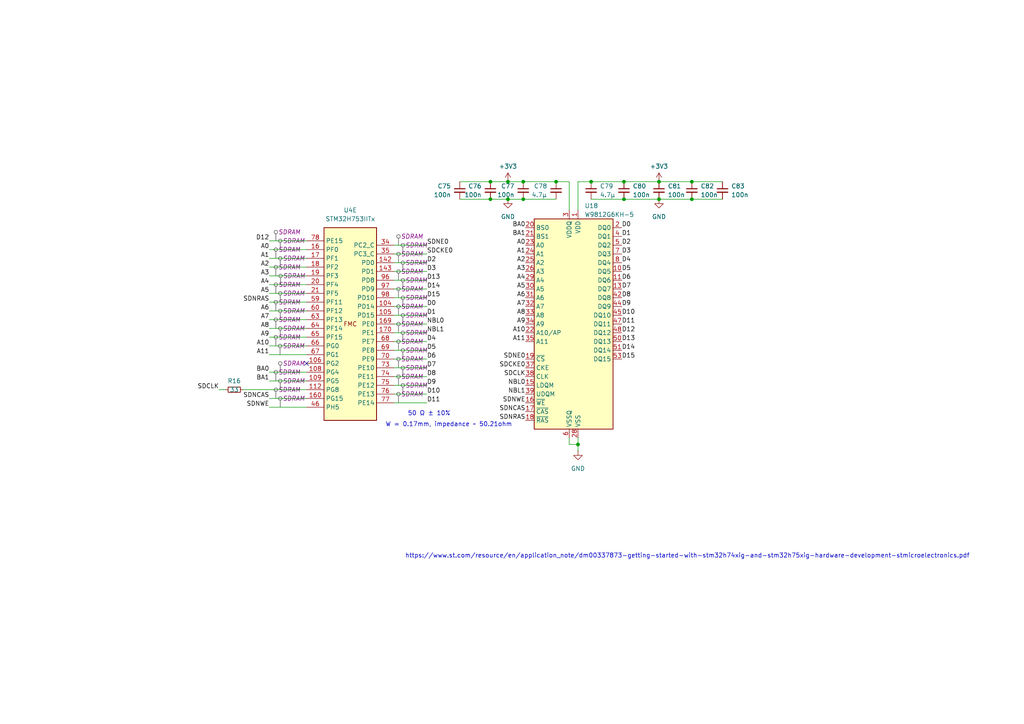
<source format=kicad_sch>
(kicad_sch
	(version 20250114)
	(generator "eeschema")
	(generator_version "9.0")
	(uuid "0913989b-2efd-446d-8300-e7223acbb6bb")
	(paper "A4")
	
	(text "https://www.st.com/resource/en/application_note/dm00337873-getting-started-with-stm32h74xig-and-stm32h75xig-hardware-development-stmicroelectronics.pdf"
		(exclude_from_sim no)
		(at 199.39 161.29 0)
		(effects
			(font
				(size 1.27 1.27)
			)
		)
		(uuid "121a3812-22bd-400b-881f-aded0ed11834")
	)
	(text "W = 0.17mm, impedance ~ 50.21ohm"
		(exclude_from_sim no)
		(at 130.175 123.19 0)
		(effects
			(font
				(size 1.27 1.27)
			)
		)
		(uuid "6a3c503b-5acd-4034-a7ab-93cd0d62afd2")
	)
	(text "50 Ω ± 10%"
		(exclude_from_sim no)
		(at 124.46 120.015 0)
		(effects
			(font
				(size 1.27 1.27)
			)
		)
		(uuid "a7693343-63e5-4bda-bd9f-4b95d66232f6")
	)
	(junction
		(at 151.765 52.705)
		(diameter 0)
		(color 0 0 0 0)
		(uuid "0aa69484-f14c-4d2f-988a-b5e00e4dc40f")
	)
	(junction
		(at 147.32 57.785)
		(diameter 0)
		(color 0 0 0 0)
		(uuid "11befee0-d1a2-45b0-99a7-cc5adc83194e")
	)
	(junction
		(at 191.135 52.705)
		(diameter 0)
		(color 0 0 0 0)
		(uuid "27ce5823-6af6-4015-9a21-24aca58abe74")
	)
	(junction
		(at 142.24 52.705)
		(diameter 0)
		(color 0 0 0 0)
		(uuid "2fbc1244-9b2d-45f4-ba0a-565e5f98c75b")
	)
	(junction
		(at 200.66 52.705)
		(diameter 0)
		(color 0 0 0 0)
		(uuid "30663f78-54af-461f-b8b1-a2669210ff7a")
	)
	(junction
		(at 151.765 57.785)
		(diameter 0)
		(color 0 0 0 0)
		(uuid "33feda7a-3e87-47b0-90ec-e646e78bd1d7")
	)
	(junction
		(at 180.975 57.785)
		(diameter 0)
		(color 0 0 0 0)
		(uuid "45beedf7-5ac3-435a-9a12-82ac83e58923")
	)
	(junction
		(at 167.64 128.905)
		(diameter 0)
		(color 0 0 0 0)
		(uuid "53f3f723-1624-422f-acba-bdd0493a4f41")
	)
	(junction
		(at 180.975 52.705)
		(diameter 0)
		(color 0 0 0 0)
		(uuid "5a0faf0c-ac9c-48e8-853e-40b9e39c20d6")
	)
	(junction
		(at 142.24 57.785)
		(diameter 0)
		(color 0 0 0 0)
		(uuid "8abc452b-4745-4af1-b367-b574916fa45b")
	)
	(junction
		(at 171.45 52.705)
		(diameter 0)
		(color 0 0 0 0)
		(uuid "94e152f6-54a2-4cb6-9522-7b6fb9801810")
	)
	(junction
		(at 191.135 57.785)
		(diameter 0)
		(color 0 0 0 0)
		(uuid "9d492881-f5a7-4070-9bb2-05d9f7015db0")
	)
	(junction
		(at 147.32 52.705)
		(diameter 0)
		(color 0 0 0 0)
		(uuid "bf5e8da2-57ea-4b44-9bcd-e18758a39bc6")
	)
	(junction
		(at 200.66 57.785)
		(diameter 0)
		(color 0 0 0 0)
		(uuid "d09b2dfc-f9c8-45c8-8c8a-d981948d8c11")
	)
	(junction
		(at 161.29 52.705)
		(diameter 0)
		(color 0 0 0 0)
		(uuid "dd8f503a-20e8-4ae4-824b-6177ce44cb3e")
	)
	(no_connect
		(at 88.9 105.41)
		(uuid "6b52198b-4c76-425f-991e-3b87502b2119")
	)
	(wire
		(pts
			(xy 167.64 128.905) (xy 167.64 130.81)
		)
		(stroke
			(width 0)
			(type default)
		)
		(uuid "058f8f2c-a46b-4cc8-a15c-2f38b1d318be")
	)
	(wire
		(pts
			(xy 114.3 73.66) (xy 123.825 73.66)
		)
		(stroke
			(width 0)
			(type default)
		)
		(uuid "0675a0a7-55b2-465c-88e4-c2b52ca4a95f")
	)
	(wire
		(pts
			(xy 133.35 57.785) (xy 142.24 57.785)
		)
		(stroke
			(width 0)
			(type default)
		)
		(uuid "080ed248-06e3-43d6-930d-0132f7cdabba")
	)
	(wire
		(pts
			(xy 147.32 57.785) (xy 151.765 57.785)
		)
		(stroke
			(width 0)
			(type default)
		)
		(uuid "09dd5183-0929-4185-80b9-72958272d40a")
	)
	(wire
		(pts
			(xy 142.24 52.705) (xy 147.32 52.705)
		)
		(stroke
			(width 0)
			(type default)
		)
		(uuid "117b0530-3ccb-4aec-9cf8-172d858796e2")
	)
	(wire
		(pts
			(xy 165.1 52.705) (xy 165.1 60.96)
		)
		(stroke
			(width 0)
			(type default)
		)
		(uuid "155178a5-7148-42a1-95bc-8628b37deadf")
	)
	(wire
		(pts
			(xy 78.105 110.49) (xy 88.9 110.49)
		)
		(stroke
			(width 0)
			(type default)
		)
		(uuid "15f766ee-30b1-47f2-9bd2-347dbd2924fc")
	)
	(wire
		(pts
			(xy 191.135 57.785) (xy 200.66 57.785)
		)
		(stroke
			(width 0)
			(type default)
		)
		(uuid "164fadb8-13c8-40b8-bf6c-ad33a31cf37a")
	)
	(wire
		(pts
			(xy 114.3 86.36) (xy 123.825 86.36)
		)
		(stroke
			(width 0)
			(type default)
		)
		(uuid "17d55c96-be82-4b9a-95ee-05f8fd474e5b")
	)
	(wire
		(pts
			(xy 167.64 127) (xy 167.64 128.905)
		)
		(stroke
			(width 0)
			(type default)
		)
		(uuid "1a8c918f-93ef-4057-9cb6-0ffb43e46534")
	)
	(wire
		(pts
			(xy 78.105 87.63) (xy 88.9 87.63)
		)
		(stroke
			(width 0)
			(type default)
		)
		(uuid "1a91cd41-6e70-4e8f-ae24-aa343aa81b9b")
	)
	(wire
		(pts
			(xy 78.105 92.71) (xy 88.9 92.71)
		)
		(stroke
			(width 0)
			(type default)
		)
		(uuid "1c5c3835-53db-4f46-afe8-996f87f783a3")
	)
	(wire
		(pts
			(xy 161.29 52.705) (xy 165.1 52.705)
		)
		(stroke
			(width 0)
			(type default)
		)
		(uuid "252ff9d6-d9b2-4bfc-a0ee-c0fe5c04ead4")
	)
	(wire
		(pts
			(xy 167.64 60.96) (xy 167.64 52.705)
		)
		(stroke
			(width 0)
			(type default)
		)
		(uuid "2c06a41b-3aac-4d5b-8e5d-94bc3a45c84c")
	)
	(wire
		(pts
			(xy 114.3 106.68) (xy 123.825 106.68)
		)
		(stroke
			(width 0)
			(type default)
		)
		(uuid "2fc244d4-56fc-4471-a6ff-94df4745e812")
	)
	(wire
		(pts
			(xy 114.3 78.74) (xy 123.825 78.74)
		)
		(stroke
			(width 0)
			(type default)
		)
		(uuid "30af72c5-5e02-4ed4-8129-579909937a6a")
	)
	(wire
		(pts
			(xy 78.105 69.85) (xy 88.9 69.85)
		)
		(stroke
			(width 0)
			(type default)
		)
		(uuid "3377f3f7-e58a-4842-a859-6419e876efe9")
	)
	(wire
		(pts
			(xy 180.975 52.705) (xy 191.135 52.705)
		)
		(stroke
			(width 0)
			(type default)
		)
		(uuid "338db336-0ea9-41a9-8017-94538d92c6ef")
	)
	(wire
		(pts
			(xy 114.3 104.14) (xy 123.825 104.14)
		)
		(stroke
			(width 0)
			(type default)
		)
		(uuid "3629cbaf-f246-4602-8480-9734182d2170")
	)
	(wire
		(pts
			(xy 114.3 76.2) (xy 123.825 76.2)
		)
		(stroke
			(width 0)
			(type default)
		)
		(uuid "3738b011-c129-4bac-9838-701252f3ee6a")
	)
	(wire
		(pts
			(xy 142.24 57.785) (xy 147.32 57.785)
		)
		(stroke
			(width 0)
			(type default)
		)
		(uuid "3af0ab08-23e1-4963-9a46-5ad0569a79c6")
	)
	(wire
		(pts
			(xy 191.135 52.705) (xy 200.66 52.705)
		)
		(stroke
			(width 0)
			(type default)
		)
		(uuid "3d4ab797-391b-410c-ba12-85cc0a0ce1cc")
	)
	(wire
		(pts
			(xy 78.105 80.01) (xy 88.9 80.01)
		)
		(stroke
			(width 0)
			(type default)
		)
		(uuid "3e34e1af-0808-4aeb-9e96-815389881c8e")
	)
	(wire
		(pts
			(xy 200.66 52.705) (xy 209.55 52.705)
		)
		(stroke
			(width 0)
			(type default)
		)
		(uuid "478b0e7b-ed93-4884-813e-b5ba7b4e3fe4")
	)
	(wire
		(pts
			(xy 114.3 81.28) (xy 123.825 81.28)
		)
		(stroke
			(width 0)
			(type default)
		)
		(uuid "4bb367c3-ee7e-4ff0-9316-ad335976d792")
	)
	(wire
		(pts
			(xy 114.3 88.9) (xy 123.825 88.9)
		)
		(stroke
			(width 0)
			(type default)
		)
		(uuid "4cc12404-b601-4108-90ea-949b5c93c517")
	)
	(wire
		(pts
			(xy 133.35 52.705) (xy 142.24 52.705)
		)
		(stroke
			(width 0)
			(type default)
		)
		(uuid "5a549bcb-03da-4709-8ac1-4704b034e93d")
	)
	(wire
		(pts
			(xy 78.105 97.79) (xy 88.9 97.79)
		)
		(stroke
			(width 0)
			(type default)
		)
		(uuid "5d948629-a164-48fc-bc7e-8369979bed75")
	)
	(wire
		(pts
			(xy 114.3 83.82) (xy 123.825 83.82)
		)
		(stroke
			(width 0)
			(type default)
		)
		(uuid "6421b8f9-d0ff-4c8b-a97d-49ccb33fe523")
	)
	(wire
		(pts
			(xy 78.105 102.87) (xy 88.9 102.87)
		)
		(stroke
			(width 0)
			(type default)
		)
		(uuid "65cf59a5-f8ad-4ba2-9742-7e859c4b6a00")
	)
	(wire
		(pts
			(xy 171.45 52.705) (xy 180.975 52.705)
		)
		(stroke
			(width 0)
			(type default)
		)
		(uuid "69870482-4f80-4c80-88ab-bd840453ce69")
	)
	(wire
		(pts
			(xy 114.3 93.98) (xy 123.825 93.98)
		)
		(stroke
			(width 0)
			(type default)
		)
		(uuid "6a16892f-d692-4084-a0ec-9ea54832ce73")
	)
	(wire
		(pts
			(xy 165.1 127) (xy 165.1 128.905)
		)
		(stroke
			(width 0)
			(type default)
		)
		(uuid "70cb0efd-a0a5-4c93-ae47-2d36e3cc3174")
	)
	(wire
		(pts
			(xy 78.105 100.33) (xy 88.9 100.33)
		)
		(stroke
			(width 0)
			(type default)
		)
		(uuid "7102a4df-2ad8-475c-a6f0-e0c8d298bb62")
	)
	(wire
		(pts
			(xy 63.5 113.03) (xy 65.405 113.03)
		)
		(stroke
			(width 0)
			(type default)
		)
		(uuid "719d0f14-55a6-41b0-b77d-a65a70ef44ad")
	)
	(wire
		(pts
			(xy 167.64 52.705) (xy 171.45 52.705)
		)
		(stroke
			(width 0)
			(type default)
		)
		(uuid "72cdd14e-0c46-4139-8a1f-cd045dd05d8a")
	)
	(wire
		(pts
			(xy 78.105 77.47) (xy 88.9 77.47)
		)
		(stroke
			(width 0)
			(type default)
		)
		(uuid "735a2a9a-9e90-4930-a46c-c8a733a02b78")
	)
	(wire
		(pts
			(xy 165.1 128.905) (xy 167.64 128.905)
		)
		(stroke
			(width 0)
			(type default)
		)
		(uuid "736c49fa-6a8c-4466-baa0-959c59b38a6c")
	)
	(wire
		(pts
			(xy 114.3 116.84) (xy 123.825 116.84)
		)
		(stroke
			(width 0)
			(type default)
		)
		(uuid "748eb911-6534-4685-83b6-d40b388a7243")
	)
	(wire
		(pts
			(xy 78.105 90.17) (xy 88.9 90.17)
		)
		(stroke
			(width 0)
			(type default)
		)
		(uuid "7c13b3a8-1c59-409f-bddd-4b12f43aaf5e")
	)
	(wire
		(pts
			(xy 151.765 57.785) (xy 161.29 57.785)
		)
		(stroke
			(width 0)
			(type default)
		)
		(uuid "7f7ff86a-6e63-4a81-9dc5-4018f9bdd9e2")
	)
	(wire
		(pts
			(xy 114.3 101.6) (xy 123.825 101.6)
		)
		(stroke
			(width 0)
			(type default)
		)
		(uuid "84d1743c-d17f-4328-8dc5-c263e10c222d")
	)
	(wire
		(pts
			(xy 114.3 71.12) (xy 123.825 71.12)
		)
		(stroke
			(width 0)
			(type default)
		)
		(uuid "89a9067f-7786-493a-849d-db284a9ec3d1")
	)
	(wire
		(pts
			(xy 114.3 96.52) (xy 123.825 96.52)
		)
		(stroke
			(width 0)
			(type default)
		)
		(uuid "9bb6af4c-caeb-4eab-a910-e3f182165582")
	)
	(wire
		(pts
			(xy 78.105 74.93) (xy 88.9 74.93)
		)
		(stroke
			(width 0)
			(type default)
		)
		(uuid "a31097b4-5873-41c0-9e4e-d814efffd65a")
	)
	(wire
		(pts
			(xy 151.765 52.705) (xy 161.29 52.705)
		)
		(stroke
			(width 0)
			(type default)
		)
		(uuid "a7824cb8-bf75-4f13-a8b9-fa392e816904")
	)
	(wire
		(pts
			(xy 114.3 114.3) (xy 123.825 114.3)
		)
		(stroke
			(width 0)
			(type default)
		)
		(uuid "aa5f3893-1e06-433d-9cf5-b78c8ccaa624")
	)
	(wire
		(pts
			(xy 171.45 57.785) (xy 180.975 57.785)
		)
		(stroke
			(width 0)
			(type default)
		)
		(uuid "ac0d8c0a-3aeb-4891-aefd-31f25bdb4daf")
	)
	(wire
		(pts
			(xy 78.105 85.09) (xy 88.9 85.09)
		)
		(stroke
			(width 0)
			(type default)
		)
		(uuid "ac5fce5b-8c50-42c3-be42-26f32d36da99")
	)
	(wire
		(pts
			(xy 114.3 99.06) (xy 123.825 99.06)
		)
		(stroke
			(width 0)
			(type default)
		)
		(uuid "b1561d85-ab3d-46bd-812b-7493752a176f")
	)
	(wire
		(pts
			(xy 78.105 118.11) (xy 88.9 118.11)
		)
		(stroke
			(width 0)
			(type default)
		)
		(uuid "b1c39eb4-56ac-49db-a8c6-40e383918df3")
	)
	(wire
		(pts
			(xy 147.32 52.705) (xy 151.765 52.705)
		)
		(stroke
			(width 0)
			(type default)
		)
		(uuid "baab7302-9487-4bf9-a2eb-1b59e0c90902")
	)
	(wire
		(pts
			(xy 78.105 82.55) (xy 88.9 82.55)
		)
		(stroke
			(width 0)
			(type default)
		)
		(uuid "bd3ca4cc-502b-42ed-b2de-835287a5b7a3")
	)
	(wire
		(pts
			(xy 114.3 91.44) (xy 123.825 91.44)
		)
		(stroke
			(width 0)
			(type default)
		)
		(uuid "cf22a814-13a2-41f2-ba84-64f5d9cc5746")
	)
	(wire
		(pts
			(xy 78.105 95.25) (xy 88.9 95.25)
		)
		(stroke
			(width 0)
			(type default)
		)
		(uuid "d791f195-0634-4a16-9735-2f51fae5a5b7")
	)
	(wire
		(pts
			(xy 180.975 57.785) (xy 191.135 57.785)
		)
		(stroke
			(width 0)
			(type default)
		)
		(uuid "d89233d2-649d-47a3-821c-32a9b31f9df3")
	)
	(wire
		(pts
			(xy 78.105 107.95) (xy 88.9 107.95)
		)
		(stroke
			(width 0)
			(type default)
		)
		(uuid "d8ec4f49-8782-4c54-a6f4-b8cb606fca5b")
	)
	(wire
		(pts
			(xy 114.3 109.22) (xy 123.825 109.22)
		)
		(stroke
			(width 0)
			(type default)
		)
		(uuid "dfc6dd18-d906-47dc-9065-3e55e0cbc91e")
	)
	(wire
		(pts
			(xy 78.105 72.39) (xy 88.9 72.39)
		)
		(stroke
			(width 0)
			(type default)
		)
		(uuid "e0856081-ab6c-471f-8ffa-cbaa63921a51")
	)
	(wire
		(pts
			(xy 78.105 115.57) (xy 88.9 115.57)
		)
		(stroke
			(width 0)
			(type default)
		)
		(uuid "e4535f87-8ad8-4e5e-8e34-f13b3fa4e802")
	)
	(wire
		(pts
			(xy 70.485 113.03) (xy 88.9 113.03)
		)
		(stroke
			(width 0)
			(type default)
		)
		(uuid "e64510e2-d08c-4343-b7cb-6fb95616be15")
	)
	(wire
		(pts
			(xy 114.3 111.76) (xy 123.825 111.76)
		)
		(stroke
			(width 0)
			(type default)
		)
		(uuid "ef2f323c-175d-40da-9f9c-1a6a4c31ae89")
	)
	(wire
		(pts
			(xy 200.66 57.785) (xy 209.55 57.785)
		)
		(stroke
			(width 0)
			(type default)
		)
		(uuid "f0012eb3-c4ad-4698-aaae-bb0803b9475f")
	)
	(label "D12"
		(at 78.105 69.85 180)
		(effects
			(font
				(size 1.27 1.27)
			)
			(justify right bottom)
		)
		(uuid "0148ff1c-802a-4b5c-87a0-2768f63d09a4")
	)
	(label "D1"
		(at 123.825 91.44 0)
		(effects
			(font
				(size 1.27 1.27)
			)
			(justify left bottom)
		)
		(uuid "06cb09c2-6508-4990-a806-0958b97fc858")
	)
	(label "A5"
		(at 78.105 85.09 180)
		(effects
			(font
				(size 1.27 1.27)
			)
			(justify right bottom)
		)
		(uuid "0941aa11-9296-42fc-8947-f29908db3124")
	)
	(label "A6"
		(at 78.105 90.17 180)
		(effects
			(font
				(size 1.27 1.27)
			)
			(justify right bottom)
		)
		(uuid "15f17cf4-7fbb-4d7c-9fa6-03037f7baa41")
	)
	(label "SDCKE0"
		(at 152.4 106.68 180)
		(effects
			(font
				(size 1.27 1.27)
			)
			(justify right bottom)
		)
		(uuid "1638c7d9-500f-4a1e-a00d-6a4951314378")
	)
	(label "D7"
		(at 180.34 83.82 0)
		(effects
			(font
				(size 1.27 1.27)
			)
			(justify left bottom)
		)
		(uuid "1a0e440a-1769-43ea-876a-ae9d74ee52f3")
	)
	(label "D9"
		(at 123.825 111.76 0)
		(effects
			(font
				(size 1.27 1.27)
			)
			(justify left bottom)
		)
		(uuid "21908c11-ad25-43b4-9392-e1c078a4705b")
	)
	(label "SDCLK"
		(at 63.5 113.03 180)
		(effects
			(font
				(size 1.27 1.27)
			)
			(justify right bottom)
		)
		(uuid "25cb6843-c5df-46da-86e8-968cba44fe2b")
	)
	(label "SDNCAS"
		(at 78.105 115.57 180)
		(effects
			(font
				(size 1.27 1.27)
			)
			(justify right bottom)
		)
		(uuid "2b71e796-0e65-4d3b-9204-19ff36a6f108")
	)
	(label "A2"
		(at 78.105 77.47 180)
		(effects
			(font
				(size 1.27 1.27)
			)
			(justify right bottom)
		)
		(uuid "2d32f54a-c8a4-4bfd-b32d-de4bbeabe75d")
	)
	(label "A3"
		(at 78.105 80.01 180)
		(effects
			(font
				(size 1.27 1.27)
			)
			(justify right bottom)
		)
		(uuid "3492a51d-2fec-4e46-93f1-bb5c390ce868")
	)
	(label "A0"
		(at 78.105 72.39 180)
		(effects
			(font
				(size 1.27 1.27)
			)
			(justify right bottom)
		)
		(uuid "36e4077e-9f4c-4407-b356-ab0c9f9f81ae")
	)
	(label "A11"
		(at 78.105 102.87 180)
		(effects
			(font
				(size 1.27 1.27)
			)
			(justify right bottom)
		)
		(uuid "38143824-fc0e-4486-bf53-aef063a6fe3e")
	)
	(label "D3"
		(at 123.825 78.74 0)
		(effects
			(font
				(size 1.27 1.27)
			)
			(justify left bottom)
		)
		(uuid "393e4245-b609-447d-b906-7f4d563915a0")
	)
	(label "NBL1"
		(at 123.825 96.52 0)
		(effects
			(font
				(size 1.27 1.27)
			)
			(justify left bottom)
		)
		(uuid "3a9fd6e6-e8e1-4cc9-8770-bb925eca4279")
	)
	(label "SDNE0"
		(at 123.825 71.12 0)
		(effects
			(font
				(size 1.27 1.27)
			)
			(justify left bottom)
		)
		(uuid "40eb25ea-6771-49dc-9498-f3ae1b9ca5ff")
	)
	(label "D6"
		(at 123.825 104.14 0)
		(effects
			(font
				(size 1.27 1.27)
			)
			(justify left bottom)
		)
		(uuid "41cecaa5-128e-4bce-ae82-e77692b24869")
	)
	(label "D8"
		(at 180.34 86.36 0)
		(effects
			(font
				(size 1.27 1.27)
			)
			(justify left bottom)
		)
		(uuid "4457e67b-5b98-4aa7-985a-6d40a322a70d")
	)
	(label "NBL1"
		(at 152.4 114.3 180)
		(effects
			(font
				(size 1.27 1.27)
			)
			(justify right bottom)
		)
		(uuid "45ac0c0a-4c6e-461d-8e74-df7b2e9e1cb7")
	)
	(label "A5"
		(at 152.4 83.82 180)
		(effects
			(font
				(size 1.27 1.27)
			)
			(justify right bottom)
		)
		(uuid "45c71e89-7619-4845-8168-c2f3fac00389")
	)
	(label "SDCKE0"
		(at 123.825 73.66 0)
		(effects
			(font
				(size 1.27 1.27)
			)
			(justify left bottom)
		)
		(uuid "4abb3ef1-a022-4fe2-8c00-960edf75cbea")
	)
	(label "D15"
		(at 123.825 86.36 0)
		(effects
			(font
				(size 1.27 1.27)
			)
			(justify left bottom)
		)
		(uuid "4b0902ac-0e43-497a-9ee7-6a4cd1bca6da")
	)
	(label "A10"
		(at 152.4 96.52 180)
		(effects
			(font
				(size 1.27 1.27)
			)
			(justify right bottom)
		)
		(uuid "4c29ca21-8cfc-4f91-b339-80229decd2af")
	)
	(label "SDNCAS"
		(at 152.4 119.38 180)
		(effects
			(font
				(size 1.27 1.27)
			)
			(justify right bottom)
		)
		(uuid "4dfc98cd-8e56-4725-ab1a-b5f5ffd03048")
	)
	(label "SDNWE"
		(at 78.105 118.11 180)
		(effects
			(font
				(size 1.27 1.27)
			)
			(justify right bottom)
		)
		(uuid "4eda3f7f-5409-4a2a-9ba6-00d5c532b3b8")
	)
	(label "D12"
		(at 180.34 96.52 0)
		(effects
			(font
				(size 1.27 1.27)
			)
			(justify left bottom)
		)
		(uuid "4ee20a3c-d4e6-4f6a-bd2e-505232c319a9")
	)
	(label "A8"
		(at 78.105 95.25 180)
		(effects
			(font
				(size 1.27 1.27)
			)
			(justify right bottom)
		)
		(uuid "513ac848-c506-4937-9c58-9ce752ab7cba")
	)
	(label "D5"
		(at 123.825 101.6 0)
		(effects
			(font
				(size 1.27 1.27)
			)
			(justify left bottom)
		)
		(uuid "59049c41-a3fa-4111-b29e-77125bddbf2c")
	)
	(label "A10"
		(at 78.105 100.33 180)
		(effects
			(font
				(size 1.27 1.27)
			)
			(justify right bottom)
		)
		(uuid "59aa6d58-8a73-4be6-ac42-c56869f8bfe5")
	)
	(label "BA0"
		(at 152.4 66.04 180)
		(effects
			(font
				(size 1.27 1.27)
			)
			(justify right bottom)
		)
		(uuid "5a1c4677-e92e-496f-938d-5b0499925bb3")
	)
	(label "A7"
		(at 152.4 88.9 180)
		(effects
			(font
				(size 1.27 1.27)
			)
			(justify right bottom)
		)
		(uuid "5ae47d2a-3b28-406e-8fcd-452e509cd35f")
	)
	(label "D2"
		(at 180.34 71.12 0)
		(effects
			(font
				(size 1.27 1.27)
			)
			(justify left bottom)
		)
		(uuid "5cb57f0f-6268-403e-a348-c473c2478daf")
	)
	(label "NBL0"
		(at 152.4 111.76 180)
		(effects
			(font
				(size 1.27 1.27)
			)
			(justify right bottom)
		)
		(uuid "6009ff1d-3f06-4de7-b006-789847dfeded")
	)
	(label "D4"
		(at 180.34 76.2 0)
		(effects
			(font
				(size 1.27 1.27)
			)
			(justify left bottom)
		)
		(uuid "6317de6c-01b3-4050-81c9-b8070aa25c2b")
	)
	(label "D14"
		(at 123.825 83.82 0)
		(effects
			(font
				(size 1.27 1.27)
			)
			(justify left bottom)
		)
		(uuid "6573dae9-d4cf-4279-8abf-3d100fbd8fb2")
	)
	(label "A6"
		(at 152.4 86.36 180)
		(effects
			(font
				(size 1.27 1.27)
			)
			(justify right bottom)
		)
		(uuid "6826ccf0-21c6-4d35-992d-ce08198a5334")
	)
	(label "D6"
		(at 180.34 81.28 0)
		(effects
			(font
				(size 1.27 1.27)
			)
			(justify left bottom)
		)
		(uuid "6aa5b2c4-13aa-4ffd-b89c-5b22a0f5d27c")
	)
	(label "BA0"
		(at 78.105 107.95 180)
		(effects
			(font
				(size 1.27 1.27)
			)
			(justify right bottom)
		)
		(uuid "6b9f2fe1-f355-4237-bb7e-7598aadc0560")
	)
	(label "A9"
		(at 78.105 97.79 180)
		(effects
			(font
				(size 1.27 1.27)
			)
			(justify right bottom)
		)
		(uuid "6dfc2139-ee9c-4ead-8018-b2ba0b84f9dc")
	)
	(label "D9"
		(at 180.34 88.9 0)
		(effects
			(font
				(size 1.27 1.27)
			)
			(justify left bottom)
		)
		(uuid "6f00e29a-e82c-4540-a4fe-04abaeee488f")
	)
	(label "A11"
		(at 152.4 99.06 180)
		(effects
			(font
				(size 1.27 1.27)
			)
			(justify right bottom)
		)
		(uuid "70153028-d456-4278-8e63-1e02e11aeadb")
	)
	(label "D0"
		(at 123.825 88.9 0)
		(effects
			(font
				(size 1.27 1.27)
			)
			(justify left bottom)
		)
		(uuid "72919f97-fb5d-466c-a04b-10d6e10d69c6")
	)
	(label "D15"
		(at 180.34 104.14 0)
		(effects
			(font
				(size 1.27 1.27)
			)
			(justify left bottom)
		)
		(uuid "74c938b9-4a89-404d-b445-53ee8920cac6")
	)
	(label "D0"
		(at 180.34 66.04 0)
		(effects
			(font
				(size 1.27 1.27)
			)
			(justify left bottom)
		)
		(uuid "76dde709-3a15-4237-8542-7209bc12ecd6")
	)
	(label "D2"
		(at 123.825 76.2 0)
		(effects
			(font
				(size 1.27 1.27)
			)
			(justify left bottom)
		)
		(uuid "78de6bf3-0fd9-4dca-aa4c-1c7fabad124d")
	)
	(label "SDCLK"
		(at 152.4 109.22 180)
		(effects
			(font
				(size 1.27 1.27)
			)
			(justify right bottom)
		)
		(uuid "82000398-a4c2-45ad-ac53-caaef3c3e3e2")
	)
	(label "A3"
		(at 152.4 78.74 180)
		(effects
			(font
				(size 1.27 1.27)
			)
			(justify right bottom)
		)
		(uuid "88d0b4b1-6fc4-4291-b24e-507556bad874")
	)
	(label "D11"
		(at 123.825 116.84 0)
		(effects
			(font
				(size 1.27 1.27)
			)
			(justify left bottom)
		)
		(uuid "8a55056b-ea04-4d1f-a4ab-bbe27720b48f")
	)
	(label "D14"
		(at 180.34 101.6 0)
		(effects
			(font
				(size 1.27 1.27)
			)
			(justify left bottom)
		)
		(uuid "8b46704e-5f67-49e0-9c95-3d78cf3e4d5b")
	)
	(label "D13"
		(at 123.825 81.28 0)
		(effects
			(font
				(size 1.27 1.27)
			)
			(justify left bottom)
		)
		(uuid "8c014b5b-cc1d-46a9-9ab5-3f55257ed521")
	)
	(label "A4"
		(at 78.105 82.55 180)
		(effects
			(font
				(size 1.27 1.27)
			)
			(justify right bottom)
		)
		(uuid "8d7ca9ec-e657-42bb-aedd-c88a8fcb1e0d")
	)
	(label "D5"
		(at 180.34 78.74 0)
		(effects
			(font
				(size 1.27 1.27)
			)
			(justify left bottom)
		)
		(uuid "8d7d1b96-7414-4fc0-8313-14d7648d68e8")
	)
	(label "SDNRAS"
		(at 78.105 87.63 180)
		(effects
			(font
				(size 1.27 1.27)
			)
			(justify right bottom)
		)
		(uuid "8dac3b17-c085-4dc4-879e-1d935c637f96")
	)
	(label "A2"
		(at 152.4 76.2 180)
		(effects
			(font
				(size 1.27 1.27)
			)
			(justify right bottom)
		)
		(uuid "998567a5-8f1c-4683-ade1-b250df05f6ad")
	)
	(label "D7"
		(at 123.825 106.68 0)
		(effects
			(font
				(size 1.27 1.27)
			)
			(justify left bottom)
		)
		(uuid "a1c4a694-bdcd-4d3c-9318-e9ee53e960d9")
	)
	(label "D11"
		(at 180.34 93.98 0)
		(effects
			(font
				(size 1.27 1.27)
			)
			(justify left bottom)
		)
		(uuid "a2deb507-7bf3-432e-8e2d-5f74bb6ef920")
	)
	(label "D13"
		(at 180.34 99.06 0)
		(effects
			(font
				(size 1.27 1.27)
			)
			(justify left bottom)
		)
		(uuid "a668203f-c64d-4a1c-b18e-81c9809f7f8c")
	)
	(label "D3"
		(at 180.34 73.66 0)
		(effects
			(font
				(size 1.27 1.27)
			)
			(justify left bottom)
		)
		(uuid "ab2bee55-6239-47aa-ab4b-ea42ccb99270")
	)
	(label "A1"
		(at 78.105 74.93 180)
		(effects
			(font
				(size 1.27 1.27)
			)
			(justify right bottom)
		)
		(uuid "aff7619a-0e73-4feb-a896-5b5914297aaf")
	)
	(label "D10"
		(at 123.825 114.3 0)
		(effects
			(font
				(size 1.27 1.27)
			)
			(justify left bottom)
		)
		(uuid "b45b765a-41e6-41d5-b967-4411db39a889")
	)
	(label "BA1"
		(at 152.4 68.58 180)
		(effects
			(font
				(size 1.27 1.27)
			)
			(justify right bottom)
		)
		(uuid "b75904f6-234c-4a4f-880f-eab35a2f4eb2")
	)
	(label "D8"
		(at 123.825 109.22 0)
		(effects
			(font
				(size 1.27 1.27)
			)
			(justify left bottom)
		)
		(uuid "ba4848a3-5b64-4f27-a85f-d800cf574e22")
	)
	(label "A0"
		(at 152.4 71.12 180)
		(effects
			(font
				(size 1.27 1.27)
			)
			(justify right bottom)
		)
		(uuid "c08a8765-9ef4-45ee-b56a-1b014d9864ec")
	)
	(label "A7"
		(at 78.105 92.71 180)
		(effects
			(font
				(size 1.27 1.27)
			)
			(justify right bottom)
		)
		(uuid "c1ed32a1-65a9-47fc-85b4-59452bb2ab0e")
	)
	(label "A9"
		(at 152.4 93.98 180)
		(effects
			(font
				(size 1.27 1.27)
			)
			(justify right bottom)
		)
		(uuid "c5d75c82-5a43-48f6-a443-81f9e534a004")
	)
	(label "A8"
		(at 152.4 91.44 180)
		(effects
			(font
				(size 1.27 1.27)
			)
			(justify right bottom)
		)
		(uuid "cd4c8f2b-3477-4834-aa89-43b1801ff30e")
	)
	(label "D1"
		(at 180.34 68.58 0)
		(effects
			(font
				(size 1.27 1.27)
			)
			(justify left bottom)
		)
		(uuid "ce380d0d-d666-470d-ae69-a6dfa300be2a")
	)
	(label "SDNWE"
		(at 152.4 116.84 180)
		(effects
			(font
				(size 1.27 1.27)
			)
			(justify right bottom)
		)
		(uuid "d1b1a6db-78b5-4c15-88a5-e400a8c2725b")
	)
	(label "D4"
		(at 123.825 99.06 0)
		(effects
			(font
				(size 1.27 1.27)
			)
			(justify left bottom)
		)
		(uuid "d781b2f0-7cb6-4c5e-8169-8e8139773722")
	)
	(label "A1"
		(at 152.4 73.66 180)
		(effects
			(font
				(size 1.27 1.27)
			)
			(justify right bottom)
		)
		(uuid "e33db6a4-57e4-474f-9d2d-4cf59e01794b")
	)
	(label "SDNE0"
		(at 152.4 104.14 180)
		(effects
			(font
				(size 1.27 1.27)
			)
			(justify right bottom)
		)
		(uuid "e8ddd02c-521f-4db1-ac16-a6b566f0f2de")
	)
	(label "SDNRAS"
		(at 152.4 121.92 180)
		(effects
			(font
				(size 1.27 1.27)
			)
			(justify right bottom)
		)
		(uuid "ef0fc81c-1a52-43ab-b931-f4d275bbd13f")
	)
	(label "D10"
		(at 180.34 91.44 0)
		(effects
			(font
				(size 1.27 1.27)
			)
			(justify left bottom)
		)
		(uuid "f43d4dd0-e2a4-433b-b4de-937e7189b3d5")
	)
	(label "NBL0"
		(at 123.825 93.98 0)
		(effects
			(font
				(size 1.27 1.27)
			)
			(justify left bottom)
		)
		(uuid "fa0ad51c-b4e4-4bc5-825f-38de14ca8e6d")
	)
	(label "BA1"
		(at 78.105 110.49 180)
		(effects
			(font
				(size 1.27 1.27)
			)
			(justify right bottom)
		)
		(uuid "fa96986b-9eac-4c54-bee5-5f71896fbb61")
	)
	(label "A4"
		(at 152.4 81.28 180)
		(effects
			(font
				(size 1.27 1.27)
			)
			(justify right bottom)
		)
		(uuid "fc5695f4-b76f-459e-a4ba-c35a07dc77d2")
	)
	(netclass_flag ""
		(length 2.54)
		(shape round)
		(at 80.01 74.93 0)
		(fields_autoplaced yes)
		(effects
			(font
				(size 1.27 1.27)
			)
			(justify left bottom)
		)
		(uuid "034c554b-a48f-4353-8d3d-b19d60a9ad57")
		(property "Netclass" "SDRAM"
			(at 80.7085 72.39 0)
			(effects
				(font
					(size 1.27 1.27)
					(italic yes)
				)
				(justify left)
			)
		)
	)
	(netclass_flag ""
		(length 2.54)
		(shape round)
		(at 80.01 85.09 0)
		(fields_autoplaced yes)
		(effects
			(font
				(size 1.27 1.27)
			)
			(justify left bottom)
		)
		(uuid "0b86b4b1-0c41-48b9-91e6-b20ffeb6bfda")
		(property "Netclass" "SDRAM"
			(at 80.7085 82.55 0)
			(effects
				(font
					(size 1.27 1.27)
					(italic yes)
				)
				(justify left)
			)
		)
	)
	(netclass_flag ""
		(length 2.54)
		(shape round)
		(at 81.28 72.39 0)
		(fields_autoplaced yes)
		(effects
			(font
				(size 1.27 1.27)
			)
			(justify left bottom)
		)
		(uuid "12f4b366-f0e1-40bb-b26a-34c96637bc77")
		(property "Netclass" "SDRAM"
			(at 81.9785 69.85 0)
			(effects
				(font
					(size 1.27 1.27)
					(italic yes)
				)
				(justify left)
			)
		)
	)
	(netclass_flag ""
		(length 2.54)
		(shape round)
		(at 81.2254 102.87 0)
		(fields_autoplaced yes)
		(effects
			(font
				(size 1.27 1.27)
			)
			(justify left bottom)
		)
		(uuid "1e30520e-e826-487b-b145-6b3104fcfead")
		(property "Netclass" "SDRAM"
			(at 81.9239 100.33 0)
			(effects
				(font
					(size 1.27 1.27)
					(italic yes)
				)
				(justify left)
			)
		)
	)
	(netclass_flag ""
		(length 2.54)
		(shape round)
		(at 115.57 106.68 0)
		(fields_autoplaced yes)
		(effects
			(font
				(size 1.27 1.27)
			)
			(justify left bottom)
		)
		(uuid "1ff7d4c3-58ae-4952-945d-024dff9e0340")
		(property "Netclass" "SDRAM"
			(at 116.2685 104.14 0)
			(effects
				(font
					(size 1.27 1.27)
					(italic yes)
				)
				(justify left)
			)
		)
	)
	(netclass_flag ""
		(length 2.54)
		(shape round)
		(at 81.28 77.47 0)
		(fields_autoplaced yes)
		(effects
			(font
				(size 1.27 1.27)
			)
			(justify left bottom)
		)
		(uuid "236a4052-0f75-47cf-a30b-861816f90fa2")
		(property "Netclass" "SDRAM"
			(at 81.9785 74.93 0)
			(effects
				(font
					(size 1.27 1.27)
					(italic yes)
				)
				(justify left)
			)
		)
	)
	(netclass_flag ""
		(length 2.54)
		(shape round)
		(at 115.57 96.52 0)
		(fields_autoplaced yes)
		(effects
			(font
				(size 1.27 1.27)
			)
			(justify left bottom)
		)
		(uuid "2a5cb88a-e37f-42d8-ad01-5ffb4c973a75")
		(property "Netclass" "SDRAM"
			(at 116.2685 93.98 0)
			(effects
				(font
					(size 1.27 1.27)
					(italic yes)
				)
				(justify left)
			)
		)
	)
	(netclass_flag ""
		(length 2.54)
		(shape round)
		(at 116.84 73.66 0)
		(fields_autoplaced yes)
		(effects
			(font
				(size 1.27 1.27)
			)
			(justify left bottom)
		)
		(uuid "37bc677b-f413-4481-aca4-44ad6f28a418")
		(property "Netclass" "SDRAM"
			(at 117.5385 71.12 0)
			(effects
				(font
					(size 1.27 1.27)
					(italic yes)
				)
				(justify left)
			)
		)
	)
	(netclass_flag ""
		(length 2.54)
		(shape round)
		(at 81.28 113.03 0)
		(fields_autoplaced yes)
		(effects
			(font
				(size 1.27 1.27)
			)
			(justify left bottom)
		)
		(uuid "38438e82-5916-4369-9819-88cd8734d697")
		(property "Netclass" "SDRAM"
			(at 81.9785 110.49 0)
			(effects
				(font
					(size 1.27 1.27)
					(italic yes)
				)
				(justify left)
			)
		)
	)
	(netclass_flag ""
		(length 2.54)
		(shape round)
		(at 80.01 100.33 0)
		(fields_autoplaced yes)
		(effects
			(font
				(size 1.27 1.27)
			)
			(justify left bottom)
		)
		(uuid "4497be58-93f3-4c59-b0b9-ee5f45773846")
		(property "Netclass" "SDRAM"
			(at 80.7085 97.79 0)
			(effects
				(font
					(size 1.27 1.27)
					(italic yes)
				)
				(justify left)
			)
		)
	)
	(netclass_flag ""
		(length 2.54)
		(shape round)
		(at 115.57 111.76 0)
		(fields_autoplaced yes)
		(effects
			(font
				(size 1.27 1.27)
			)
			(justify left bottom)
		)
		(uuid "4fa4bab6-b5b7-432b-979e-55ed1d5fc9f3")
		(property "Netclass" "SDRAM"
			(at 116.2685 109.22 0)
			(effects
				(font
					(size 1.27 1.27)
					(italic yes)
				)
				(justify left)
			)
		)
	)
	(netclass_flag ""
		(length 2.54)
		(shape round)
		(at 115.57 71.12 0)
		(fields_autoplaced yes)
		(effects
			(font
				(size 1.27 1.27)
			)
			(justify left bottom)
		)
		(uuid "5323971b-dca1-44a8-b8f8-3a0cd7753891")
		(property "Netclass" "SDRAM"
			(at 116.2685 68.58 0)
			(effects
				(font
					(size 1.27 1.27)
					(italic yes)
				)
				(justify left)
			)
		)
	)
	(netclass_flag ""
		(length 2.54)
		(shape round)
		(at 116.84 109.22 0)
		(fields_autoplaced yes)
		(effects
			(font
				(size 1.27 1.27)
			)
			(justify left bottom)
		)
		(uuid "550dc270-b41d-4eb0-92d1-5f1adc95c354")
		(property "Netclass" "SDRAM"
			(at 117.5385 106.68 0)
			(effects
				(font
					(size 1.27 1.27)
					(italic yes)
				)
				(justify left)
			)
		)
	)
	(netclass_flag ""
		(length 2.54)
		(shape round)
		(at 116.84 88.9 0)
		(fields_autoplaced yes)
		(effects
			(font
				(size 1.27 1.27)
			)
			(justify left bottom)
		)
		(uuid "5c5cadce-0761-4b49-94df-66c347c56eff")
		(property "Netclass" "SDRAM"
			(at 117.5385 86.36 0)
			(effects
				(font
					(size 1.27 1.27)
					(italic yes)
				)
				(justify left)
			)
		)
	)
	(netclass_flag ""
		(length 2.54)
		(shape round)
		(at 115.57 91.44 0)
		(fields_autoplaced yes)
		(effects
			(font
				(size 1.27 1.27)
			)
			(justify left bottom)
		)
		(uuid "5ce63a76-a05d-4657-8976-1273e8f766dd")
		(property "Netclass" "SDRAM"
			(at 116.2685 88.9 0)
			(effects
				(font
					(size 1.27 1.27)
					(italic yes)
				)
				(justify left)
			)
		)
	)
	(netclass_flag ""
		(length 2.54)
		(shape round)
		(at 81.28 87.63 0)
		(fields_autoplaced yes)
		(effects
			(font
				(size 1.27 1.27)
			)
			(justify left bottom)
		)
		(uuid "66483bd0-8c4a-4cfe-82ad-10e2c53214a1")
		(property "Netclass" "SDRAM"
			(at 81.9785 85.09 0)
			(effects
				(font
					(size 1.27 1.27)
					(italic yes)
				)
				(justify left)
			)
		)
	)
	(netclass_flag ""
		(length 2.54)
		(shape round)
		(at 116.84 93.98 0)
		(fields_autoplaced yes)
		(effects
			(font
				(size 1.27 1.27)
			)
			(justify left bottom)
		)
		(uuid "6aa5458d-7db9-48c6-9834-3bd62578f1d6")
		(property "Netclass" "SDRAM"
			(at 117.5385 91.44 0)
			(effects
				(font
					(size 1.27 1.27)
					(italic yes)
				)
				(justify left)
			)
		)
	)
	(netclass_flag ""
		(length 2.54)
		(shape round)
		(at 116.84 114.3 0)
		(fields_autoplaced yes)
		(effects
			(font
				(size 1.27 1.27)
			)
			(justify left bottom)
		)
		(uuid "797d3a47-8dda-4ff3-8d6c-199e052eb191")
		(property "Netclass" "SDRAM"
			(at 117.5385 111.76 0)
			(effects
				(font
					(size 1.27 1.27)
					(italic yes)
				)
				(justify left)
			)
		)
	)
	(netclass_flag ""
		(length 2.54)
		(shape round)
		(at 115.57 81.28 0)
		(fields_autoplaced yes)
		(effects
			(font
				(size 1.27 1.27)
			)
			(justify left bottom)
		)
		(uuid "8536c341-7cf2-44f8-95a8-a4fa26d5e928")
		(property "Netclass" "SDRAM"
			(at 116.2685 78.74 0)
			(effects
				(font
					(size 1.27 1.27)
					(italic yes)
				)
				(justify left)
			)
		)
	)
	(netclass_flag ""
		(length 2.54)
		(shape round)
		(at 80.01 115.57 0)
		(fields_autoplaced yes)
		(effects
			(font
				(size 1.27 1.27)
			)
			(justify left bottom)
		)
		(uuid "9b960155-7f3b-4294-b2f8-d396fa80a6c6")
		(property "Netclass" "SDRAM"
			(at 80.7085 113.03 0)
			(effects
				(font
					(size 1.27 1.27)
					(italic yes)
				)
				(justify left)
			)
		)
	)
	(netclass_flag ""
		(length 2.54)
		(shape round)
		(at 116.84 83.82 0)
		(fields_autoplaced yes)
		(effects
			(font
				(size 1.27 1.27)
			)
			(justify left bottom)
		)
		(uuid "9ea858f4-154a-4950-a1ad-11a7baecd815")
		(property "Netclass" "SDRAM"
			(at 117.5385 81.28 0)
			(effects
				(font
					(size 1.27 1.27)
					(italic yes)
				)
				(justify left)
			)
		)
	)
	(netclass_flag ""
		(length 2.54)
		(shape round)
		(at 80.01 110.49 0)
		(fields_autoplaced yes)
		(effects
			(font
				(size 1.27 1.27)
			)
			(justify left bottom)
		)
		(uuid "a25bcab9-dfe0-4d90-98c7-7d2b7fdf36a7")
		(property "Netclass" "SDRAM"
			(at 80.7085 107.95 0)
			(effects
				(font
					(size 1.27 1.27)
					(italic yes)
				)
				(justify left)
			)
		)
	)
	(netclass_flag ""
		(length 2.54)
		(shape round)
		(at 80.01 95.25 0)
		(fields_autoplaced yes)
		(effects
			(font
				(size 1.27 1.27)
			)
			(justify left bottom)
		)
		(uuid "ac5d33f8-d0cb-47ee-bc0f-1fd419830c2c")
		(property "Netclass" "SDRAM"
			(at 80.7085 92.71 0)
			(effects
				(font
					(size 1.27 1.27)
					(italic yes)
				)
				(justify left)
			)
		)
	)
	(netclass_flag ""
		(length 2.54)
		(shape round)
		(at 80.01 90.17 0)
		(fields_autoplaced yes)
		(effects
			(font
				(size 1.27 1.27)
			)
			(justify left bottom)
		)
		(uuid "b02aedb8-3681-4405-b10f-195b2af3b17b")
		(property "Netclass" "SDRAM"
			(at 80.7085 87.63 0)
			(effects
				(font
					(size 1.27 1.27)
					(italic yes)
				)
				(justify left)
			)
		)
	)
	(netclass_flag ""
		(length 2.54)
		(shape round)
		(at 81.3812 82.55 0)
		(fields_autoplaced yes)
		(effects
			(font
				(size 1.27 1.27)
			)
			(justify left bottom)
		)
		(uuid "b3446e38-2e30-4839-a35b-d50cc1afddc8")
		(property "Netclass" "SDRAM"
			(at 82.0797 80.01 0)
			(effects
				(font
					(size 1.27 1.27)
					(italic yes)
				)
				(justify left)
			)
		)
	)
	(netclass_flag ""
		(length 2.54)
		(shape round)
		(at 81.28 118.11 0)
		(fields_autoplaced yes)
		(effects
			(font
				(size 1.27 1.27)
			)
			(justify left bottom)
		)
		(uuid "b7b789ac-006a-4295-bca0-c5471687deb9")
		(property "Netclass" "SDRAM"
			(at 81.9785 115.57 0)
			(effects
				(font
					(size 1.27 1.27)
					(italic yes)
				)
				(justify left)
			)
		)
	)
	(netclass_flag ""
		(length 2.54)
		(shape round)
		(at 115.57 86.36 0)
		(fields_autoplaced yes)
		(effects
			(font
				(size 1.27 1.27)
			)
			(justify left bottom)
		)
		(uuid "b902fba2-cec2-441e-bf59-1b6792fa5933")
		(property "Netclass" "SDRAM"
			(at 116.2685 83.82 0)
			(effects
				(font
					(size 1.27 1.27)
					(italic yes)
				)
				(justify left)
			)
		)
	)
	(netclass_flag ""
		(length 2.54)
		(shape round)
		(at 81.28 97.79 0)
		(fields_autoplaced yes)
		(effects
			(font
				(size 1.27 1.27)
			)
			(justify left bottom)
		)
		(uuid "c0e61053-c13f-47b9-bcdb-e4e38f68352c")
		(property "Netclass" "SDRAM"
			(at 81.9785 95.25 0)
			(effects
				(font
					(size 1.27 1.27)
					(italic yes)
				)
				(justify left)
			)
		)
	)
	(netclass_flag ""
		(length 2.54)
		(shape round)
		(at 116.84 104.14 0)
		(fields_autoplaced yes)
		(effects
			(font
				(size 1.27 1.27)
			)
			(justify left bottom)
		)
		(uuid "c5b5b491-01e1-4bdf-8ac8-9d627f00b0c1")
		(property "Netclass" "SDRAM"
			(at 117.5385 101.6 0)
			(effects
				(font
					(size 1.27 1.27)
					(italic yes)
				)
				(justify left)
			)
		)
	)
	(netclass_flag ""
		(length 2.54)
		(shape round)
		(at 116.84 78.74 0)
		(fields_autoplaced yes)
		(effects
			(font
				(size 1.27 1.27)
			)
			(justify left bottom)
		)
		(uuid "e2114737-3a66-426f-b8c0-3bed4acb76c0")
		(property "Netclass" "SDRAM"
			(at 117.5385 76.2 0)
			(effects
				(font
					(size 1.27 1.27)
					(italic yes)
				)
				(justify left)
			)
		)
	)
	(netclass_flag ""
		(length 2.54)
		(shape round)
		(at 115.57 76.2 0)
		(fields_autoplaced yes)
		(effects
			(font
				(size 1.27 1.27)
			)
			(justify left bottom)
		)
		(uuid "e2e7affe-6d91-4979-99ae-b9f824f3ab0d")
		(property "Netclass" "SDRAM"
			(at 116.2685 73.66 0)
			(effects
				(font
					(size 1.27 1.27)
					(italic yes)
				)
				(justify left)
			)
		)
	)
	(netclass_flag ""
		(length 2.54)
		(shape round)
		(at 115.57 101.6 0)
		(fields_autoplaced yes)
		(effects
			(font
				(size 1.27 1.27)
			)
			(justify left bottom)
		)
		(uuid "e86ec394-cf6c-45be-bb5f-6ae1cf218094")
		(property "Netclass" "SDRAM"
			(at 116.2685 99.06 0)
			(effects
				(font
					(size 1.27 1.27)
					(italic yes)
				)
				(justify left)
			)
		)
	)
	(netclass_flag ""
		(length 2.54)
		(shape round)
		(at 81.28 92.71 0)
		(fields_autoplaced yes)
		(effects
			(font
				(size 1.27 1.27)
			)
			(justify left bottom)
		)
		(uuid "e9760f64-affe-4672-ade8-8976e1baf551")
		(property "Netclass" "SDRAM"
			(at 81.9785 90.17 0)
			(effects
				(font
					(size 1.27 1.27)
					(italic yes)
				)
				(justify left)
			)
		)
	)
	(netclass_flag ""
		(length 2.54)
		(shape round)
		(at 80.01 80.01 0)
		(fields_autoplaced yes)
		(effects
			(font
				(size 1.27 1.27)
			)
			(justify left bottom)
		)
		(uuid "e98faa17-0899-4785-b525-1ae3fa720a51")
		(property "Netclass" "SDRAM"
			(at 80.7085 77.47 0)
			(effects
				(font
					(size 1.27 1.27)
					(italic yes)
				)
				(justify left)
			)
		)
	)
	(netclass_flag ""
		(length 2.54)
		(shape round)
		(at 115.57 116.84 0)
		(fields_autoplaced yes)
		(effects
			(font
				(size 1.27 1.27)
			)
			(justify left bottom)
		)
		(uuid "edf6f0fd-edc7-4bd6-9988-7b1b1aecdbde")
		(property "Netclass" "SDRAM"
			(at 116.2685 114.3 0)
			(effects
				(font
					(size 1.27 1.27)
					(italic yes)
				)
				(justify left)
			)
		)
	)
	(netclass_flag ""
		(length 2.54)
		(shape round)
		(at 116.84 99.06 0)
		(fields_autoplaced yes)
		(effects
			(font
				(size 1.27 1.27)
			)
			(justify left bottom)
		)
		(uuid "f4044613-6b75-429d-83bf-c44e3383f296")
		(property "Netclass" "SDRAM"
			(at 117.5385 96.52 0)
			(effects
				(font
					(size 1.27 1.27)
					(italic yes)
				)
				(justify left)
			)
		)
	)
	(netclass_flag ""
		(length 2.54)
		(shape round)
		(at 81.28 107.95 0)
		(fields_autoplaced yes)
		(effects
			(font
				(size 1.27 1.27)
			)
			(justify left bottom)
		)
		(uuid "fb4cda87-3360-44c2-971c-fd22fd855be7")
		(property "Netclass" "SDRAM"
			(at 81.9785 105.41 0)
			(effects
				(font
					(size 1.27 1.27)
					(italic yes)
				)
				(justify left)
			)
		)
	)
	(netclass_flag ""
		(length 2.54)
		(shape round)
		(at 80.01 69.85 0)
		(fields_autoplaced yes)
		(effects
			(font
				(size 1.27 1.27)
			)
			(justify left bottom)
		)
		(uuid "fd2a3502-72d4-48fe-8958-a7f038b00964")
		(property "Netclass" "SDRAM"
			(at 80.7085 67.31 0)
			(effects
				(font
					(size 1.27 1.27)
					(italic yes)
				)
				(justify left)
			)
		)
	)
	(symbol
		(lib_id "Device:C_Small")
		(at 142.24 55.245 0)
		(mirror y)
		(unit 1)
		(exclude_from_sim no)
		(in_bom yes)
		(on_board yes)
		(dnp no)
		(fields_autoplaced yes)
		(uuid "12cb94db-7e17-4072-9da0-9adc5b684d8b")
		(property "Reference" "C76"
			(at 139.7 53.9812 0)
			(effects
				(font
					(size 1.27 1.27)
				)
				(justify left)
			)
		)
		(property "Value" "100n"
			(at 139.7 56.5212 0)
			(effects
				(font
					(size 1.27 1.27)
				)
				(justify left)
			)
		)
		(property "Footprint" "Capacitor_SMD:C_0603_1608Metric"
			(at 142.24 55.245 0)
			(effects
				(font
					(size 1.27 1.27)
				)
				(hide yes)
			)
		)
		(property "Datasheet" "~"
			(at 142.24 55.245 0)
			(effects
				(font
					(size 1.27 1.27)
				)
				(hide yes)
			)
		)
		(property "Description" "Unpolarized capacitor, small symbol"
			(at 142.24 55.245 0)
			(effects
				(font
					(size 1.27 1.27)
				)
				(hide yes)
			)
		)
		(pin "2"
			(uuid "1aa3c939-69aa-4f3b-915f-3c9a25d1a58a")
		)
		(pin "1"
			(uuid "f0d6158e-aab1-4efb-b4ae-347b4abea1d4")
		)
		(instances
			(project "FT25-Charger"
				(path "/0dca9b66-f638-4727-874b-1b91b6921c17/128393d2-6dd9-44f0-979c-682ff9f03572"
					(reference "C76")
					(unit 1)
				)
			)
		)
	)
	(symbol
		(lib_id "Device:C_Small")
		(at 161.29 55.245 0)
		(mirror y)
		(unit 1)
		(exclude_from_sim no)
		(in_bom yes)
		(on_board yes)
		(dnp no)
		(fields_autoplaced yes)
		(uuid "1d136c14-aeef-4b0e-9ef3-dfb5f9ca9d1e")
		(property "Reference" "C78"
			(at 158.75 53.9812 0)
			(effects
				(font
					(size 1.27 1.27)
				)
				(justify left)
			)
		)
		(property "Value" "4.7µ"
			(at 158.75 56.5212 0)
			(effects
				(font
					(size 1.27 1.27)
				)
				(justify left)
			)
		)
		(property "Footprint" "Capacitor_SMD:C_0603_1608Metric"
			(at 161.29 55.245 0)
			(effects
				(font
					(size 1.27 1.27)
				)
				(hide yes)
			)
		)
		(property "Datasheet" "~"
			(at 161.29 55.245 0)
			(effects
				(font
					(size 1.27 1.27)
				)
				(hide yes)
			)
		)
		(property "Description" "Unpolarized capacitor, small symbol"
			(at 161.29 55.245 0)
			(effects
				(font
					(size 1.27 1.27)
				)
				(hide yes)
			)
		)
		(pin "2"
			(uuid "b4e2d932-8f12-471f-87c9-6ecae0ca869d")
		)
		(pin "1"
			(uuid "e3698fae-fd8a-4622-8526-fa16d9da3b77")
		)
		(instances
			(project "FT25-Charger"
				(path "/0dca9b66-f638-4727-874b-1b91b6921c17/128393d2-6dd9-44f0-979c-682ff9f03572"
					(reference "C78")
					(unit 1)
				)
			)
		)
	)
	(symbol
		(lib_id "Device:C_Small")
		(at 151.765 55.245 0)
		(mirror y)
		(unit 1)
		(exclude_from_sim no)
		(in_bom yes)
		(on_board yes)
		(dnp no)
		(fields_autoplaced yes)
		(uuid "2bde44b5-9696-4c9e-998d-8f424fb48d97")
		(property "Reference" "C77"
			(at 149.225 53.9812 0)
			(effects
				(font
					(size 1.27 1.27)
				)
				(justify left)
			)
		)
		(property "Value" "100n"
			(at 149.225 56.5212 0)
			(effects
				(font
					(size 1.27 1.27)
				)
				(justify left)
			)
		)
		(property "Footprint" "Capacitor_SMD:C_0603_1608Metric"
			(at 151.765 55.245 0)
			(effects
				(font
					(size 1.27 1.27)
				)
				(hide yes)
			)
		)
		(property "Datasheet" "~"
			(at 151.765 55.245 0)
			(effects
				(font
					(size 1.27 1.27)
				)
				(hide yes)
			)
		)
		(property "Description" "Unpolarized capacitor, small symbol"
			(at 151.765 55.245 0)
			(effects
				(font
					(size 1.27 1.27)
				)
				(hide yes)
			)
		)
		(pin "2"
			(uuid "41595ce6-70bb-48cf-88ca-a3236b463e3a")
		)
		(pin "1"
			(uuid "ef5d9597-9414-4834-8b28-3ea40fc7b465")
		)
		(instances
			(project "FT25-Charger"
				(path "/0dca9b66-f638-4727-874b-1b91b6921c17/128393d2-6dd9-44f0-979c-682ff9f03572"
					(reference "C77")
					(unit 1)
				)
			)
		)
	)
	(symbol
		(lib_id "Device:R_Small")
		(at 67.945 113.03 90)
		(unit 1)
		(exclude_from_sim no)
		(in_bom yes)
		(on_board yes)
		(dnp no)
		(uuid "43c59a39-3476-4c72-bd8e-29daf1b8d38e")
		(property "Reference" "R16"
			(at 67.945 110.49 90)
			(effects
				(font
					(size 1.27 1.27)
				)
			)
		)
		(property "Value" "33"
			(at 67.945 113.03 90)
			(effects
				(font
					(size 1.27 1.27)
				)
			)
		)
		(property "Footprint" "Resistor_SMD:R_0603_1608Metric"
			(at 67.945 113.03 0)
			(effects
				(font
					(size 1.27 1.27)
				)
				(hide yes)
			)
		)
		(property "Datasheet" "~"
			(at 67.945 113.03 0)
			(effects
				(font
					(size 1.27 1.27)
				)
				(hide yes)
			)
		)
		(property "Description" "Resistor, small symbol"
			(at 67.945 113.03 0)
			(effects
				(font
					(size 1.27 1.27)
				)
				(hide yes)
			)
		)
		(pin "1"
			(uuid "477fc019-1f84-4d1f-a6e8-ee50c87a3e09")
		)
		(pin "2"
			(uuid "d756cb02-43cf-4a2f-b7e8-7715dbdb40fa")
		)
		(instances
			(project ""
				(path "/0dca9b66-f638-4727-874b-1b91b6921c17/128393d2-6dd9-44f0-979c-682ff9f03572"
					(reference "R16")
					(unit 1)
				)
			)
		)
	)
	(symbol
		(lib_id "Device:C_Small")
		(at 180.975 55.245 0)
		(unit 1)
		(exclude_from_sim no)
		(in_bom yes)
		(on_board yes)
		(dnp no)
		(fields_autoplaced yes)
		(uuid "60efbdb2-85cd-4eae-b02f-51bc4bd75e16")
		(property "Reference" "C80"
			(at 183.515 53.9812 0)
			(effects
				(font
					(size 1.27 1.27)
				)
				(justify left)
			)
		)
		(property "Value" "100n"
			(at 183.515 56.5212 0)
			(effects
				(font
					(size 1.27 1.27)
				)
				(justify left)
			)
		)
		(property "Footprint" "Capacitor_SMD:C_0603_1608Metric"
			(at 180.975 55.245 0)
			(effects
				(font
					(size 1.27 1.27)
				)
				(hide yes)
			)
		)
		(property "Datasheet" "~"
			(at 180.975 55.245 0)
			(effects
				(font
					(size 1.27 1.27)
				)
				(hide yes)
			)
		)
		(property "Description" "Unpolarized capacitor, small symbol"
			(at 180.975 55.245 0)
			(effects
				(font
					(size 1.27 1.27)
				)
				(hide yes)
			)
		)
		(pin "2"
			(uuid "5c659d09-c7c1-454a-82c8-ef8a06724f45")
		)
		(pin "1"
			(uuid "f4dfa414-b4f1-455b-8e2c-bf1f6c08ba8d")
		)
		(instances
			(project "FT25-Charger"
				(path "/0dca9b66-f638-4727-874b-1b91b6921c17/128393d2-6dd9-44f0-979c-682ff9f03572"
					(reference "C80")
					(unit 1)
				)
			)
		)
	)
	(symbol
		(lib_id "Device:C_Small")
		(at 133.35 55.245 0)
		(mirror y)
		(unit 1)
		(exclude_from_sim no)
		(in_bom yes)
		(on_board yes)
		(dnp no)
		(fields_autoplaced yes)
		(uuid "6a8f7f63-265a-47c9-a93a-d57a193bd898")
		(property "Reference" "C75"
			(at 130.81 53.9812 0)
			(effects
				(font
					(size 1.27 1.27)
				)
				(justify left)
			)
		)
		(property "Value" "100n"
			(at 130.81 56.5212 0)
			(effects
				(font
					(size 1.27 1.27)
				)
				(justify left)
			)
		)
		(property "Footprint" "Capacitor_SMD:C_0603_1608Metric"
			(at 133.35 55.245 0)
			(effects
				(font
					(size 1.27 1.27)
				)
				(hide yes)
			)
		)
		(property "Datasheet" "~"
			(at 133.35 55.245 0)
			(effects
				(font
					(size 1.27 1.27)
				)
				(hide yes)
			)
		)
		(property "Description" "Unpolarized capacitor, small symbol"
			(at 133.35 55.245 0)
			(effects
				(font
					(size 1.27 1.27)
				)
				(hide yes)
			)
		)
		(pin "2"
			(uuid "220bff11-0d8c-448a-8cb9-d8c1ea41c0ad")
		)
		(pin "1"
			(uuid "1b770d25-f5f8-4ac1-8b22-aecd900ea8b6")
		)
		(instances
			(project "FT25-Charger"
				(path "/0dca9b66-f638-4727-874b-1b91b6921c17/128393d2-6dd9-44f0-979c-682ff9f03572"
					(reference "C75")
					(unit 1)
				)
			)
		)
	)
	(symbol
		(lib_id "power:GND")
		(at 191.135 57.785 0)
		(unit 1)
		(exclude_from_sim no)
		(in_bom yes)
		(on_board yes)
		(dnp no)
		(fields_autoplaced yes)
		(uuid "804eb0e5-7ffe-4027-9fac-eb2f99f43da0")
		(property "Reference" "#PWR0127"
			(at 191.135 64.135 0)
			(effects
				(font
					(size 1.27 1.27)
				)
				(hide yes)
			)
		)
		(property "Value" "GND"
			(at 191.135 62.865 0)
			(effects
				(font
					(size 1.27 1.27)
				)
			)
		)
		(property "Footprint" ""
			(at 191.135 57.785 0)
			(effects
				(font
					(size 1.27 1.27)
				)
				(hide yes)
			)
		)
		(property "Datasheet" ""
			(at 191.135 57.785 0)
			(effects
				(font
					(size 1.27 1.27)
				)
				(hide yes)
			)
		)
		(property "Description" "Power symbol creates a global label with name \"GND\" , ground"
			(at 191.135 57.785 0)
			(effects
				(font
					(size 1.27 1.27)
				)
				(hide yes)
			)
		)
		(pin "1"
			(uuid "29b67bac-ad77-4acf-a9f0-120508ef43b5")
		)
		(instances
			(project "FT25-Charger"
				(path "/0dca9b66-f638-4727-874b-1b91b6921c17/128393d2-6dd9-44f0-979c-682ff9f03572"
					(reference "#PWR0127")
					(unit 1)
				)
			)
		)
	)
	(symbol
		(lib_id "Device:C_Small")
		(at 171.45 55.245 0)
		(unit 1)
		(exclude_from_sim no)
		(in_bom yes)
		(on_board yes)
		(dnp no)
		(fields_autoplaced yes)
		(uuid "93242b02-57d4-446e-ba5b-4c8ef3048cfd")
		(property "Reference" "C79"
			(at 173.99 53.9812 0)
			(effects
				(font
					(size 1.27 1.27)
				)
				(justify left)
			)
		)
		(property "Value" "4.7µ"
			(at 173.99 56.5212 0)
			(effects
				(font
					(size 1.27 1.27)
				)
				(justify left)
			)
		)
		(property "Footprint" "Capacitor_SMD:C_0603_1608Metric"
			(at 171.45 55.245 0)
			(effects
				(font
					(size 1.27 1.27)
				)
				(hide yes)
			)
		)
		(property "Datasheet" "~"
			(at 171.45 55.245 0)
			(effects
				(font
					(size 1.27 1.27)
				)
				(hide yes)
			)
		)
		(property "Description" "Unpolarized capacitor, small symbol"
			(at 171.45 55.245 0)
			(effects
				(font
					(size 1.27 1.27)
				)
				(hide yes)
			)
		)
		(pin "2"
			(uuid "64dc906b-122b-4f92-aeb0-818c508b1d1d")
		)
		(pin "1"
			(uuid "4c5b6805-073a-4eaa-b5c2-58b1d0578c97")
		)
		(instances
			(project "FT25-Charger"
				(path "/0dca9b66-f638-4727-874b-1b91b6921c17/128393d2-6dd9-44f0-979c-682ff9f03572"
					(reference "C79")
					(unit 1)
				)
			)
		)
	)
	(symbol
		(lib_id "power:+3V3")
		(at 147.32 52.705 0)
		(unit 1)
		(exclude_from_sim no)
		(in_bom yes)
		(on_board yes)
		(dnp no)
		(fields_autoplaced yes)
		(uuid "a4c275d8-3727-4692-b2d6-3a351bd67adc")
		(property "Reference" "#PWR0123"
			(at 147.32 56.515 0)
			(effects
				(font
					(size 1.27 1.27)
				)
				(hide yes)
			)
		)
		(property "Value" "+3V3"
			(at 147.32 48.26 0)
			(effects
				(font
					(size 1.27 1.27)
				)
			)
		)
		(property "Footprint" ""
			(at 147.32 52.705 0)
			(effects
				(font
					(size 1.27 1.27)
				)
				(hide yes)
			)
		)
		(property "Datasheet" ""
			(at 147.32 52.705 0)
			(effects
				(font
					(size 1.27 1.27)
				)
				(hide yes)
			)
		)
		(property "Description" "Power symbol creates a global label with name \"+3V3\""
			(at 147.32 52.705 0)
			(effects
				(font
					(size 1.27 1.27)
				)
				(hide yes)
			)
		)
		(pin "1"
			(uuid "a82a9f57-0462-4fa5-b874-60eaf90820f5")
		)
		(instances
			(project "FT25-Charger"
				(path "/0dca9b66-f638-4727-874b-1b91b6921c17/128393d2-6dd9-44f0-979c-682ff9f03572"
					(reference "#PWR0123")
					(unit 1)
				)
			)
		)
	)
	(symbol
		(lib_id "Device:C_Small")
		(at 200.66 55.245 0)
		(unit 1)
		(exclude_from_sim no)
		(in_bom yes)
		(on_board yes)
		(dnp no)
		(fields_autoplaced yes)
		(uuid "b10f28ce-63fd-48f7-ab67-ac0576f48320")
		(property "Reference" "C82"
			(at 203.2 53.9812 0)
			(effects
				(font
					(size 1.27 1.27)
				)
				(justify left)
			)
		)
		(property "Value" "100n"
			(at 203.2 56.5212 0)
			(effects
				(font
					(size 1.27 1.27)
				)
				(justify left)
			)
		)
		(property "Footprint" "Capacitor_SMD:C_0603_1608Metric"
			(at 200.66 55.245 0)
			(effects
				(font
					(size 1.27 1.27)
				)
				(hide yes)
			)
		)
		(property "Datasheet" "~"
			(at 200.66 55.245 0)
			(effects
				(font
					(size 1.27 1.27)
				)
				(hide yes)
			)
		)
		(property "Description" "Unpolarized capacitor, small symbol"
			(at 200.66 55.245 0)
			(effects
				(font
					(size 1.27 1.27)
				)
				(hide yes)
			)
		)
		(pin "2"
			(uuid "77d8da7d-8292-4669-95f1-c690cba6e68d")
		)
		(pin "1"
			(uuid "89d23447-795e-47a9-ac80-40d2de5c8dbf")
		)
		(instances
			(project "FT25-Charger"
				(path "/0dca9b66-f638-4727-874b-1b91b6921c17/128393d2-6dd9-44f0-979c-682ff9f03572"
					(reference "C82")
					(unit 1)
				)
			)
		)
	)
	(symbol
		(lib_id "power:GND")
		(at 167.64 130.81 0)
		(unit 1)
		(exclude_from_sim no)
		(in_bom yes)
		(on_board yes)
		(dnp no)
		(fields_autoplaced yes)
		(uuid "b4ca079c-d25e-4fbc-8a75-c3c6ccea312e")
		(property "Reference" "#PWR0125"
			(at 167.64 137.16 0)
			(effects
				(font
					(size 1.27 1.27)
				)
				(hide yes)
			)
		)
		(property "Value" "GND"
			(at 167.64 135.89 0)
			(effects
				(font
					(size 1.27 1.27)
				)
			)
		)
		(property "Footprint" ""
			(at 167.64 130.81 0)
			(effects
				(font
					(size 1.27 1.27)
				)
				(hide yes)
			)
		)
		(property "Datasheet" ""
			(at 167.64 130.81 0)
			(effects
				(font
					(size 1.27 1.27)
				)
				(hide yes)
			)
		)
		(property "Description" "Power symbol creates a global label with name \"GND\" , ground"
			(at 167.64 130.81 0)
			(effects
				(font
					(size 1.27 1.27)
				)
				(hide yes)
			)
		)
		(pin "1"
			(uuid "eed5e905-536f-4c89-be16-65e4ea092160")
		)
		(instances
			(project "FT25-Charger"
				(path "/0dca9b66-f638-4727-874b-1b91b6921c17/128393d2-6dd9-44f0-979c-682ff9f03572"
					(reference "#PWR0125")
					(unit 1)
				)
			)
		)
	)
	(symbol
		(lib_id "power:GND")
		(at 147.32 57.785 0)
		(unit 1)
		(exclude_from_sim no)
		(in_bom yes)
		(on_board yes)
		(dnp no)
		(fields_autoplaced yes)
		(uuid "bc79ba4f-b69d-49dd-9c62-205e7af62b53")
		(property "Reference" "#PWR0124"
			(at 147.32 64.135 0)
			(effects
				(font
					(size 1.27 1.27)
				)
				(hide yes)
			)
		)
		(property "Value" "GND"
			(at 147.32 62.865 0)
			(effects
				(font
					(size 1.27 1.27)
				)
			)
		)
		(property "Footprint" ""
			(at 147.32 57.785 0)
			(effects
				(font
					(size 1.27 1.27)
				)
				(hide yes)
			)
		)
		(property "Datasheet" ""
			(at 147.32 57.785 0)
			(effects
				(font
					(size 1.27 1.27)
				)
				(hide yes)
			)
		)
		(property "Description" "Power symbol creates a global label with name \"GND\" , ground"
			(at 147.32 57.785 0)
			(effects
				(font
					(size 1.27 1.27)
				)
				(hide yes)
			)
		)
		(pin "1"
			(uuid "67d9c3be-a905-4819-a5a5-77949f2724f6")
		)
		(instances
			(project "FT25-Charger"
				(path "/0dca9b66-f638-4727-874b-1b91b6921c17/128393d2-6dd9-44f0-979c-682ff9f03572"
					(reference "#PWR0124")
					(unit 1)
				)
			)
		)
	)
	(symbol
		(lib_id "charger:STM32H753IITx")
		(at 101.6 93.98 0)
		(unit 5)
		(exclude_from_sim no)
		(in_bom yes)
		(on_board yes)
		(dnp no)
		(fields_autoplaced yes)
		(uuid "bd94c32f-d92a-4a2a-81ff-b8f3120212e4")
		(property "Reference" "U4"
			(at 101.6 60.96 0)
			(effects
				(font
					(size 1.27 1.27)
				)
			)
		)
		(property "Value" "STM32H753IITx"
			(at 101.6 63.5 0)
			(effects
				(font
					(size 1.27 1.27)
				)
			)
		)
		(property "Footprint" "Package_QFP:LQFP-176_24x24mm_P0.5mm"
			(at 122.936 46.736 0)
			(effects
				(font
					(size 1.27 1.27)
				)
				(justify right)
				(hide yes)
			)
		)
		(property "Datasheet" "https://www.st.com/resource/en/datasheet/stm32h753ii.pdf"
			(at 98.044 50.8 0)
			(effects
				(font
					(size 1.27 1.27)
				)
				(hide yes)
			)
		)
		(property "Description" "STMicroelectronics Arm Cortex-M7 MCU, 2048KB flash, 1024KB RAM, 480 MHz, 1.62-3.6V, 140 GPIO, LQFP176"
			(at 98.044 50.8 0)
			(effects
				(font
					(size 1.27 1.27)
				)
				(hide yes)
			)
		)
		(pin "154"
			(uuid "72e2e5ae-fceb-4678-b0e5-40fbde69ed81")
		)
		(pin "85"
			(uuid "46bc4391-a08b-434e-b65d-5d7e811d14dd")
		)
		(pin "115"
			(uuid "49a44443-029b-4d52-810a-a14e3270f15a")
		)
		(pin "55"
			(uuid "9f78b364-8c0d-4fae-bbfa-164138889fda")
		)
		(pin "10"
			(uuid "47c249ae-81c6-4d6d-937b-abbff62ad09e")
		)
		(pin "83"
			(uuid "522c5748-4f01-4fb5-bb36-ab0412806dac")
		)
		(pin "129"
			(uuid "ebf410dd-cf91-4a1e-b96c-7390a179b7db")
		)
		(pin "172"
			(uuid "5e6a0607-d5cf-4326-959f-0b78d59c5676")
		)
		(pin "147"
			(uuid "94f17371-49fc-49e7-9135-f9824e6627e0")
		)
		(pin "118"
			(uuid "9c4e2bb6-e370-422b-bf82-c86f0fd7f667")
		)
		(pin "171"
			(uuid "5e1b14b5-a164-4f9f-bf64-48835e60baf8")
		)
		(pin "114"
			(uuid "619b5161-b019-4ec2-a106-d528010c20aa")
		)
		(pin "45"
			(uuid "9f98abe9-d0de-4244-92a6-97160a5d3cad")
		)
		(pin "46"
			(uuid "a7deb0ba-b13b-4ef7-8ecb-ad05529994cd")
		)
		(pin "53"
			(uuid "41fa9b48-6419-4984-8782-6bd5f05488e3")
		)
		(pin "19"
			(uuid "af4f665a-417c-42d7-8b28-5fb0e71c3709")
		)
		(pin "18"
			(uuid "8930b9e5-dc3c-4b57-bdb2-8df56f19f575")
		)
		(pin "144"
			(uuid "12dc07ff-1e91-4ec3-ad50-e6d0fad972f2")
		)
		(pin "156"
			(uuid "26598a8a-f0a1-4748-bbde-a69515aaba97")
		)
		(pin "33"
			(uuid "20fd891f-091a-4387-8d82-00d62529d6ac")
		)
		(pin "139"
			(uuid "d78fbe84-6ba5-4c66-90e4-9bc81c9716dd")
		)
		(pin "47"
			(uuid "1a258af9-8aa9-4c17-b663-3966ebe3b823")
		)
		(pin "151"
			(uuid "2aa00ffb-53f3-4c47-b656-dc09513b99cf")
		)
		(pin "56"
			(uuid "4628aa70-95cb-4fd5-9ae7-26fdebcae5f5")
		)
		(pin "158"
			(uuid "cf9fc6d0-530b-4fd3-97de-756448d5df92")
		)
		(pin "34"
			(uuid "31612f81-5bc0-4086-a8fe-5d1feca8293e")
		)
		(pin "70"
			(uuid "c1c070fd-8492-4d5f-9877-9b1682c0ea03")
		)
		(pin "130"
			(uuid "277a789e-bac1-4823-a968-dc3d8e3e1ae7")
		)
		(pin "145"
			(uuid "6b90983c-b3bb-4158-be86-7d4389ca6362")
		)
		(pin "31"
			(uuid "bff5efc7-249e-4526-ac73-92027b81288a")
		)
		(pin "128"
			(uuid "16e657f0-300c-4ae1-b08c-f7abe89469c5")
		)
		(pin "4"
			(uuid "88d144d2-df6f-4688-ac7e-63b32af08926")
		)
		(pin "136"
			(uuid "53592695-7860-4db2-bd87-4f110b9f1e21")
		)
		(pin "167"
			(uuid "96f88345-d633-457d-baa2-dad44bd9bd3e")
		)
		(pin "168"
			(uuid "fd7bc4fb-7fb9-4140-b424-e316e46fb3ff")
		)
		(pin "21"
			(uuid "378eb31e-83c7-4fcf-8600-54fbde973cbe")
		)
		(pin "67"
			(uuid "7e2f8b4e-7272-4014-bda3-49ff51717a1c")
		)
		(pin "60"
			(uuid "c5d65a88-58ac-4eb6-a3fd-e711e527dcda")
		)
		(pin "106"
			(uuid "bc767c94-872a-4f0d-9bbb-d80d9390e0a8")
		)
		(pin "95"
			(uuid "1eaff2a5-ca34-4a52-9c6e-1e6ac9d584f1")
		)
		(pin "97"
			(uuid "7c254bb7-ca90-431f-9c92-a4573015c789")
		)
		(pin "165"
			(uuid "56ccba57-1037-445d-9a12-68a809af1075")
		)
		(pin "148"
			(uuid "edeb53df-40a5-4d82-8d29-8c49e0bb50ba")
		)
		(pin "152"
			(uuid "1d704a48-9b7e-4348-9419-ad4faf252c1a")
		)
		(pin "79"
			(uuid "8471e568-a8ba-4f6e-a84d-583765b6933a")
		)
		(pin "135"
			(uuid "ee896520-5cc1-4004-aa01-cc0ed32928f8")
		)
		(pin "44"
			(uuid "03c11d96-728a-4255-b90a-b978b1e332a6")
		)
		(pin "7"
			(uuid "feb02431-2c15-4ddf-9404-bdad7864bb17")
		)
		(pin "63"
			(uuid "0f29ae26-534c-45fa-8752-c67e42ec137e")
		)
		(pin "105"
			(uuid "e29883d0-e822-493c-b51b-70a1a4a359d5")
		)
		(pin "149"
			(uuid "316d3bff-7b7c-47d1-929b-4a5b5095e23d")
		)
		(pin "62"
			(uuid "46069b6e-08f0-401b-9bc6-487d080ad7f9")
		)
		(pin "138"
			(uuid "ef51b2c6-0d05-42db-b535-21e0858e175c")
		)
		(pin "51"
			(uuid "69326659-4ed1-40e2-96f7-03904a20ea4a")
		)
		(pin "77"
			(uuid "5c0a0b5f-3b63-4477-aea1-29d7946ece10")
		)
		(pin "66"
			(uuid "59b3536e-4539-4c21-b819-d03d8ab46b8a")
		)
		(pin "121"
			(uuid "47d7303f-e4fb-4675-a431-781b09879c7b")
		)
		(pin "108"
			(uuid "644e1802-9115-4281-9e25-9e02ffa81ab1")
		)
		(pin "169"
			(uuid "d36e518d-c1e3-4705-8a1c-85369d46d483")
		)
		(pin "75"
			(uuid "615f33ae-2cb8-400c-a233-fe2cc115591f")
		)
		(pin "27"
			(uuid "81945fec-e414-4ba8-8b24-f552f7667817")
		)
		(pin "98"
			(uuid "ee32d921-7276-43e3-ad0e-c3db6013eb54")
		)
		(pin "141"
			(uuid "da91df20-3fd7-4033-8ee8-9d86209334fb")
		)
		(pin "124"
			(uuid "62c649c1-a3ba-4dc2-a7c1-885c55e44fb1")
		)
		(pin "20"
			(uuid "fefe3b83-4eba-46b9-92dd-010f67e7215b")
		)
		(pin "163"
			(uuid "b2c2a7a8-85bb-40c5-ab4f-a9b19a961182")
		)
		(pin "125"
			(uuid "62db6253-4a0b-49ca-8c56-a58222baec10")
		)
		(pin "65"
			(uuid "1873ff35-334c-47d9-808f-c323321d86ff")
		)
		(pin "153"
			(uuid "10fa2896-a1a2-4a93-9f27-129da3e758b2")
		)
		(pin "16"
			(uuid "2aea5ccd-48f6-4511-98c9-60f24c80a412")
		)
		(pin "112"
			(uuid "a9186bec-a6eb-43dd-a4e6-05e67ec18474")
		)
		(pin "43"
			(uuid "bb36c0de-2217-45da-aabb-e50f09e21a81")
		)
		(pin "104"
			(uuid "5f31f3f2-60df-4207-b308-b56a561dd55b")
		)
		(pin "93"
			(uuid "6777c9bd-2657-4908-8e65-a496abc57f95")
		)
		(pin "133"
			(uuid "be076b7a-6cfe-4d1f-ace2-439b8a627ff6")
		)
		(pin "143"
			(uuid "2bb3282e-9b3c-49e2-8989-dcc5713a1dec")
		)
		(pin "50"
			(uuid "620b9436-8fb7-4bee-b2f9-8b0692578ce3")
		)
		(pin "99"
			(uuid "bdfed879-22d2-4a2f-9efe-cdfae10962b6")
		)
		(pin "15"
			(uuid "b10069de-4dd1-4b54-8b9a-a648da7f5d2e")
		)
		(pin "42"
			(uuid "232fe55d-3d24-439a-bc38-b2950d69f245")
		)
		(pin "14"
			(uuid "ba3b8348-c77e-4fca-92a1-8d1415d33529")
		)
		(pin "57"
			(uuid "53be4455-0038-4f97-88ef-bf0cdfd88c1d")
		)
		(pin "82"
			(uuid "d3c633a9-d158-4d39-a07c-75a197c4671a")
		)
		(pin "80"
			(uuid "ef4e5496-c94f-46c0-8b4f-2a33beaad42a")
		)
		(pin "78"
			(uuid "d33ea253-c880-42c2-b5dc-40df51ad1016")
		)
		(pin "68"
			(uuid "ad70b38c-ab52-4dd3-8eda-3879afa0315f")
		)
		(pin "17"
			(uuid "d21ccba7-f9ac-4add-8aaa-08b2e405e2f6")
		)
		(pin "89"
			(uuid "4bf3feb7-e620-4ff5-8a97-484464425738")
		)
		(pin "38"
			(uuid "b653a90f-0604-40fa-b19e-7c14f18015f3")
		)
		(pin "174"
			(uuid "2e7ef14f-19ab-45de-b9d3-b390fea3a8ca")
		)
		(pin "81"
			(uuid "72d129ed-fd69-40d9-80aa-46480b302fca")
		)
		(pin "101"
			(uuid "f7d063de-370f-4337-985b-c059bc13d754")
		)
		(pin "111"
			(uuid "5e29f41b-27c5-41f3-967f-08986fd1928f")
		)
		(pin "96"
			(uuid "e1dc3119-0f26-47b3-ae34-32f0745aec0b")
		)
		(pin "64"
			(uuid "10ac5521-e8c8-48f2-b2ed-b20ce1d0b695")
		)
		(pin "74"
			(uuid "c203247b-5c29-479a-97fe-32af8bb56dba")
		)
		(pin "162"
			(uuid "9c0e6e70-d80d-4333-a5bf-6f36fb55fe6e")
		)
		(pin "40"
			(uuid "22475dbe-acd0-4725-a03b-ab08c004276f")
		)
		(pin "61"
			(uuid "fa3f441b-8017-4209-bd05-3623224722ed")
		)
		(pin "23"
			(uuid "78c7bee6-556a-47e2-98ce-6e8e6f307816")
		)
		(pin "116"
			(uuid "a581bb76-3c94-4c63-b5ab-af7fc973f813")
		)
		(pin "30"
			(uuid "22b39c0e-f8d6-4198-bf2a-8d056e7e5fa2")
		)
		(pin "160"
			(uuid "c363df83-351e-4a74-b2e4-7cc609670c25")
		)
		(pin "91"
			(uuid "1e863cd3-a4cc-4fb6-8682-562cdf8f9273")
		)
		(pin "140"
			(uuid "cd805142-e518-46d4-be32-db172dbcc7c7")
		)
		(pin "157"
			(uuid "93243c6f-2ef0-4c70-a603-1d9342c44ccd")
		)
		(pin "26"
			(uuid "d90668cf-5434-4be9-8392-f627d81980fc")
		)
		(pin "6"
			(uuid "044878cc-deaf-4329-a6e6-91c0d27320ac")
		)
		(pin "9"
			(uuid "f1ae988b-4c38-4190-beab-e5d012a98594")
		)
		(pin "58"
			(uuid "4209541a-01ae-405a-9dd5-85d8347271f4")
		)
		(pin "131"
			(uuid "f19d79cd-cba9-4186-9a5a-d2428073b6bd")
		)
		(pin "37"
			(uuid "28afe5dc-fe04-4b94-bde7-607ef4204b2e")
		)
		(pin "86"
			(uuid "9238a512-47c6-4f91-b6d4-dbb6e8b454d0")
		)
		(pin "126"
			(uuid "79bdc123-a8a5-48d4-a4ca-dd1389ed4316")
		)
		(pin "117"
			(uuid "1d915276-aefb-4f58-95d2-76579190ea69")
		)
		(pin "166"
			(uuid "bbcbf6a6-0094-4426-bf8d-ad37b404b3eb")
		)
		(pin "2"
			(uuid "f7ac3dd4-815b-4943-9682-d4a0dc2dce3d")
		)
		(pin "13"
			(uuid "13db52b4-396b-4817-af1c-21c0327d7eff")
		)
		(pin "103"
			(uuid "21e1bd1b-f9e7-4f1e-9d28-3be7cd1bcbd8")
		)
		(pin "11"
			(uuid "d67b55c1-349e-4498-81ae-e6fc773ffba3")
		)
		(pin "173"
			(uuid "67b460af-9ba8-4db4-a196-9471f3eb15b4")
		)
		(pin "100"
			(uuid "a51ddbba-7075-467e-ab0a-4f2993780bd5")
		)
		(pin "127"
			(uuid "6107085f-eba3-46fa-88ed-07a92a3a470f")
		)
		(pin "155"
			(uuid "8e46b8f9-1340-4268-9f6a-3754f462ddca")
		)
		(pin "113"
			(uuid "9e49f546-092c-4ba3-8241-053a373eca21")
		)
		(pin "146"
			(uuid "67353497-66b9-491a-9785-2e3216b4b6b5")
		)
		(pin "1"
			(uuid "74fd7045-d9aa-4449-907e-d55401654541")
		)
		(pin "176"
			(uuid "452fe5b5-91d9-4844-adb3-64c461f3b186")
		)
		(pin "3"
			(uuid "645795ac-f87e-4930-9702-4bf714dc6623")
		)
		(pin "29"
			(uuid "e1d2a4e9-57bf-4a17-97ce-cbd405422ff0")
		)
		(pin "22"
			(uuid "a025064c-6f1d-4d23-ba73-15e5b8fdff34")
		)
		(pin "84"
			(uuid "745c6975-b0c5-43a6-85ee-1087ff96cc28")
		)
		(pin "134"
			(uuid "6595812c-b032-4a94-aa93-11e421774588")
		)
		(pin "132"
			(uuid "2740a3bb-d595-419b-90fc-4e096feabf81")
		)
		(pin "39"
			(uuid "6d17e684-d89c-4840-bcd0-f9b9e8d1397e")
		)
		(pin "36"
			(uuid "b0b0e0cc-512f-406a-8001-5c97046d9e15")
		)
		(pin "35"
			(uuid "246053cc-7547-4815-bc04-3eb2d8a30291")
		)
		(pin "48"
			(uuid "78bb08bd-e1ad-4056-afc6-0dd7f0dc29e2")
		)
		(pin "24"
			(uuid "d474d6e2-9e5a-44d6-a088-ed93e76d9e11")
		)
		(pin "49"
			(uuid "727b15ac-8c61-48f9-8ba2-26ac35658c8a")
		)
		(pin "120"
			(uuid "4e027b18-0b51-40d9-adc0-a0f986414830")
		)
		(pin "92"
			(uuid "9c1f056c-7592-453b-9dd1-20eb45bd49b2")
		)
		(pin "25"
			(uuid "8e6d68e5-556d-4ff8-99df-37956bbaa6f6")
		)
		(pin "107"
			(uuid "5268a9e9-3963-4f7f-8a45-f175868735b5")
		)
		(pin "90"
			(uuid "6a4818eb-ea28-470b-b1c2-2f70ff3846b4")
		)
		(pin "150"
			(uuid "82f09946-25b0-40ec-9b14-8ec1a457a937")
		)
		(pin "32"
			(uuid "23edda60-cfb8-4ee6-8362-ee716b5a0245")
		)
		(pin "8"
			(uuid "a9cca901-a026-45b1-ac9f-d9f752195305")
		)
		(pin "119"
			(uuid "09aa332b-fb1e-4dd8-b360-7bd5d45dc550")
		)
		(pin "28"
			(uuid "77ddfd1d-85e5-4075-8d46-6b8b1f4f3b9b")
		)
		(pin "94"
			(uuid "8d089d24-bd07-4878-87b6-bf11d2b08c21")
		)
		(pin "164"
			(uuid "8d4317e1-6f03-4915-aaf6-210c514ece3f")
		)
		(pin "123"
			(uuid "a6e7ca6f-72ef-4980-89d8-36cc79896800")
		)
		(pin "76"
			(uuid "50da4291-a39d-4c45-af0f-15a566e79d03")
		)
		(pin "59"
			(uuid "4ccca30c-aece-4fe1-a16b-e2183acca10c")
		)
		(pin "73"
			(uuid "3dfe4624-66cf-483d-bfaf-caf997aad567")
		)
		(pin "175"
			(uuid "8e4288fb-ec01-4bb0-829c-07ab7f4efd72")
		)
		(pin "69"
			(uuid "70bbff32-f380-4fa6-9180-c5cd7b35dbf0")
		)
		(pin "88"
			(uuid "fa5fe992-59ed-47ca-ad9b-ce05a61a2db8")
		)
		(pin "52"
			(uuid "b709ae15-60bd-4097-94a1-0b953a2e07f8")
		)
		(pin "41"
			(uuid "b45d72af-8003-4fb2-b48e-386c7ef9364d")
		)
		(pin "161"
			(uuid "4e5025ff-883f-45c9-84b3-d439f22ee5e9")
		)
		(pin "54"
			(uuid "09407608-76ab-47c4-b830-bc0327a78be0")
		)
		(pin "110"
			(uuid "793359dd-38c8-41cd-b4a8-146b0237d481")
		)
		(pin "5"
			(uuid "41ca3556-f839-4432-a957-e54a0872502b")
		)
		(pin "159"
			(uuid "cf3f4ad9-a37c-4d6d-a8cf-08a7d4f91d75")
		)
		(pin "137"
			(uuid "0a98f507-6022-4fbe-92e9-ad400e11ec50")
		)
		(pin "12"
			(uuid "cb11aae6-89d9-4740-8a39-0e98847bbdc1")
		)
		(pin "142"
			(uuid "2a9879cc-cb04-4212-8358-03fdb856244a")
		)
		(pin "71"
			(uuid "e766358a-20b8-489c-87ee-8e73e37c6715")
		)
		(pin "72"
			(uuid "c9017343-6a8d-4a60-a8c2-61a6ed1abfd9")
		)
		(pin "122"
			(uuid "0e1075ba-21ed-4d2e-8a85-904c746fec8f")
		)
		(pin "102"
			(uuid "17457a8c-1ef6-49c8-be81-f594c90e62cb")
		)
		(pin "170"
			(uuid "428fa81f-602a-4592-8beb-f175a6c39715")
		)
		(pin "87"
			(uuid "cf188daf-a12d-4c62-875c-ddd4630f3398")
		)
		(pin "109"
			(uuid "34374803-fa32-4254-ad5f-b6e6d680d378")
		)
		(instances
			(project "FT25-Charger"
				(path "/0dca9b66-f638-4727-874b-1b91b6921c17/128393d2-6dd9-44f0-979c-682ff9f03572"
					(reference "U4")
					(unit 5)
				)
			)
		)
	)
	(symbol
		(lib_id "Memory_RAM:W9812G6KH-5")
		(at 165.1 93.98 0)
		(unit 1)
		(exclude_from_sim no)
		(in_bom yes)
		(on_board yes)
		(dnp no)
		(uuid "be7ece74-9a9f-447e-af09-54203f159197")
		(property "Reference" "U18"
			(at 169.545 59.69 0)
			(effects
				(font
					(size 1.27 1.27)
				)
				(justify left)
			)
		)
		(property "Value" "W9812G6KH-5"
			(at 169.545 62.23 0)
			(effects
				(font
					(size 1.27 1.27)
				)
				(justify left)
			)
		)
		(property "Footprint" "Package_SO:TSOP-II-54_22.2x10.16mm_P0.8mm"
			(at 167.64 101.6 0)
			(effects
				(font
					(size 1.27 1.27)
				)
				(hide yes)
			)
		)
		(property "Datasheet" "https://www.winbond.com/resource-files/da00-w9812g6khc1.pdf"
			(at 154.94 62.23 0)
			(effects
				(font
					(size 1.27 1.27)
				)
				(hide yes)
			)
		)
		(property "Description" "128Mb Synchronous DRAM, 2 Mb x 16 b x 4 Banks, 200 MHz, TSOP-II-54"
			(at 165.1 93.98 0)
			(effects
				(font
					(size 1.27 1.27)
				)
				(hide yes)
			)
		)
		(pin "50"
			(uuid "7cf13854-51f5-4822-9e0e-5f6493a76135")
		)
		(pin "38"
			(uuid "cf546ceb-13ea-4c12-a00c-50afe4446d4c")
		)
		(pin "12"
			(uuid "b6cfd538-b969-4ada-a952-671beb0c8fec")
		)
		(pin "31"
			(uuid "f0f5f2c2-a3b0-487a-aa53-8c25feafbd4c")
		)
		(pin "46"
			(uuid "6fe9efc9-0e00-4001-801e-0f38b2418a02")
		)
		(pin "1"
			(uuid "93ded497-e4b4-4a81-8bdd-f3be6fddd764")
		)
		(pin "8"
			(uuid "c343b9e5-54b0-4e0e-9a35-534fe7110d54")
		)
		(pin "9"
			(uuid "88ad21e2-57cb-48ce-91a2-4a63ccf5cf84")
		)
		(pin "6"
			(uuid "7bed491d-775a-40a7-928c-dac47631a2b8")
		)
		(pin "48"
			(uuid "9c47d3a9-e7cd-45e0-9ded-97888d241358")
		)
		(pin "52"
			(uuid "d543b581-dd33-4518-8ea1-2d4669805305")
		)
		(pin "40"
			(uuid "16ccf0ba-84c2-44c8-9ebc-cd85da4fe08b")
		)
		(pin "14"
			(uuid "e3957590-158b-4e62-8530-0cf0f52389d1")
		)
		(pin "49"
			(uuid "9ecf33ce-9b25-4d0d-93b2-3822d000d707")
		)
		(pin "33"
			(uuid "0620a833-fc81-4927-9f3f-cdd40c1ed949")
		)
		(pin "30"
			(uuid "146c0aeb-382a-44cf-ad3d-00aba1d845cc")
		)
		(pin "3"
			(uuid "31eb3d64-de4a-459e-a535-9d3d3bfad205")
		)
		(pin "26"
			(uuid "295a36ea-c8f0-4456-a5e9-eafbd979e18f")
		)
		(pin "29"
			(uuid "6aa6f034-bfdd-4781-a94a-314d889e864d")
		)
		(pin "28"
			(uuid "ba981429-93e8-4fbf-8786-bdd51a4c9685")
		)
		(pin "53"
			(uuid "2bb3f0cc-6698-42f9-8a25-2008652724ae")
		)
		(pin "21"
			(uuid "1f5f2cc9-29d7-49b9-8b24-cd4317ce3654")
		)
		(pin "13"
			(uuid "7845e2c7-2763-49e1-bd87-4895f1dea32a")
		)
		(pin "20"
			(uuid "99a19358-b2c1-40d7-ba40-3dbcd6b5f662")
		)
		(pin "51"
			(uuid "e1406f63-8ccc-47a8-bd25-8645f62113c7")
		)
		(pin "42"
			(uuid "9e995d49-86dd-4536-8d9b-206851408a10")
		)
		(pin "5"
			(uuid "5feea86f-a864-4f9f-aec9-0d2694241f47")
		)
		(pin "47"
			(uuid "3322e3db-5995-402d-aaf9-5983d4c1563a")
		)
		(pin "43"
			(uuid "e7616388-9cb0-49cf-9979-9f974bfe9611")
		)
		(pin "4"
			(uuid "f1bc0e3a-a1e5-4635-806b-9ae75a7bbece")
		)
		(pin "45"
			(uuid "85430fbe-82f0-47b3-b06a-95ba3154647b")
		)
		(pin "10"
			(uuid "8d193e5f-8ee7-4dd6-ac18-ba7efc0f4706")
		)
		(pin "32"
			(uuid "9386a187-89f7-4f4e-a9ae-eb63cc736cfe")
		)
		(pin "23"
			(uuid "391f7fc7-356a-42ee-9c57-c064f4e6af40")
		)
		(pin "15"
			(uuid "39335547-0542-4e64-b01f-c3de10f824e2")
		)
		(pin "11"
			(uuid "2241f82e-5e8d-4d43-9b37-bd41d7aa7d0d")
		)
		(pin "39"
			(uuid "afb2fcd4-b169-44f8-a531-65f17d5fe0e3")
		)
		(pin "7"
			(uuid "f6fb3927-8e8a-4476-94c7-9cbf8578dbd3")
		)
		(pin "44"
			(uuid "e72fb0d8-850f-4c07-8b90-ee232a60115c")
		)
		(pin "37"
			(uuid "c9a88e84-33bb-48f1-8358-33014c6f3d48")
		)
		(pin "25"
			(uuid "d6ffb9c7-823d-4769-8bb7-26a06ed6e51e")
		)
		(pin "22"
			(uuid "f1a63ca4-b9fe-43f6-91df-d26dbd6d2dd3")
		)
		(pin "35"
			(uuid "ef38ce3f-d069-43a4-b54d-9947599b25ee")
		)
		(pin "19"
			(uuid "1f2ade9f-1396-420d-a0a2-3f5c34f6c0c7")
		)
		(pin "54"
			(uuid "9245a782-dc2c-459c-8ef3-4dcd2dafc2fa")
		)
		(pin "18"
			(uuid "a4612363-7def-49b9-ae13-97f4845a7df0")
		)
		(pin "2"
			(uuid "16ce1d0a-2a18-4025-84a8-e8eda4b99010")
		)
		(pin "16"
			(uuid "69b66df1-9070-4f82-a8cb-6a4aae7431ca")
		)
		(pin "34"
			(uuid "779ed33a-ffbb-4bcf-9eb1-7a254d34cf2d")
		)
		(pin "27"
			(uuid "47b17dc0-2c6c-4761-8fa4-9877e3f5e6fb")
		)
		(pin "17"
			(uuid "75ef4d81-8b45-4304-bd50-445037797e1a")
		)
		(pin "36"
			(uuid "d549ac9c-c008-497e-a78d-20570a06ef9b")
		)
		(pin "41"
			(uuid "560b4d15-1bdb-4393-a5f3-cb62cb1e6fd7")
		)
		(pin "24"
			(uuid "e72a230c-5fc7-4824-9cdc-0c8b8fb2ce81")
		)
		(instances
			(project ""
				(path "/0dca9b66-f638-4727-874b-1b91b6921c17/128393d2-6dd9-44f0-979c-682ff9f03572"
					(reference "U18")
					(unit 1)
				)
			)
		)
	)
	(symbol
		(lib_id "Device:C_Small")
		(at 191.135 55.245 0)
		(unit 1)
		(exclude_from_sim no)
	
... [3507 chars truncated]
</source>
